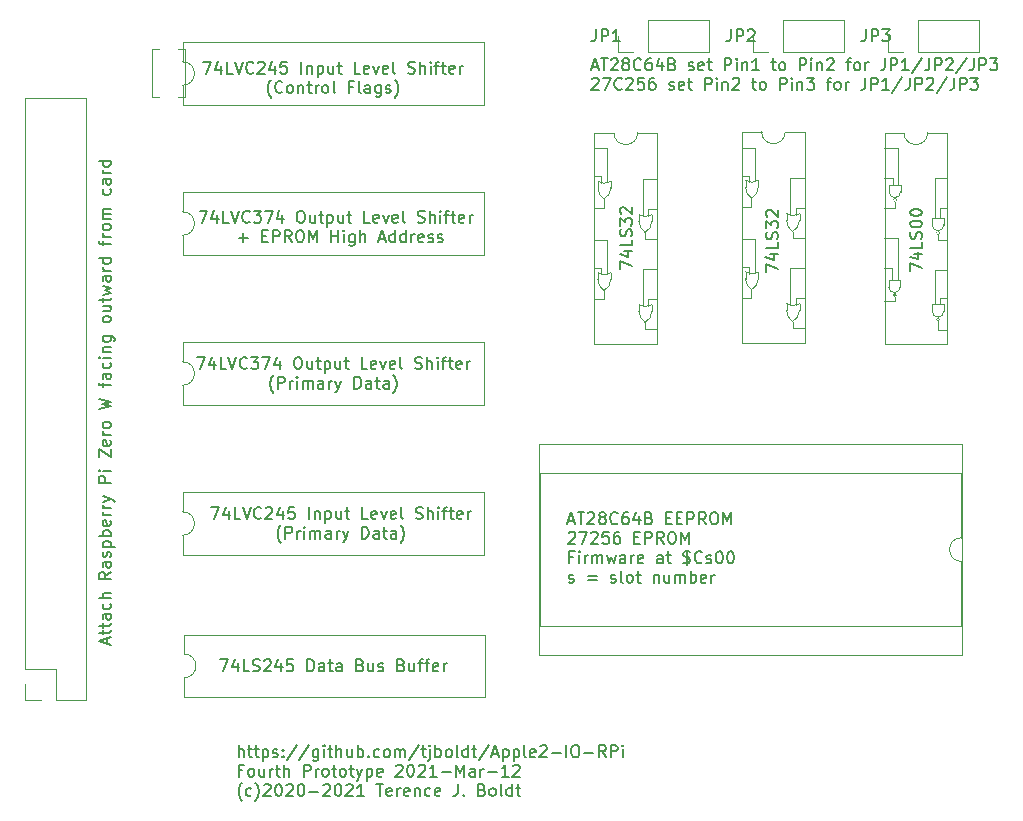
<source format=gbr>
G04 #@! TF.GenerationSoftware,KiCad,Pcbnew,(5.1.9-0-10_14)*
G04 #@! TF.CreationDate,2021-03-12T10:10:12-05:00*
G04 #@! TF.ProjectId,Apple2IORPi,4170706c-6532-4494-9f52-50692e6b6963,0.4*
G04 #@! TF.SameCoordinates,Original*
G04 #@! TF.FileFunction,Legend,Top*
G04 #@! TF.FilePolarity,Positive*
%FSLAX46Y46*%
G04 Gerber Fmt 4.6, Leading zero omitted, Abs format (unit mm)*
G04 Created by KiCad (PCBNEW (5.1.9-0-10_14)) date 2021-03-12 10:10:12*
%MOMM*%
%LPD*%
G01*
G04 APERTURE LIST*
%ADD10C,0.150000*%
%ADD11C,0.120000*%
G04 APERTURE END LIST*
D10*
X127233995Y-106777780D02*
X127233995Y-105777780D01*
X127662566Y-106777780D02*
X127662566Y-106253971D01*
X127614947Y-106158733D01*
X127519709Y-106111114D01*
X127376852Y-106111114D01*
X127281614Y-106158733D01*
X127233995Y-106206352D01*
X127995900Y-106111114D02*
X128376852Y-106111114D01*
X128138757Y-105777780D02*
X128138757Y-106634923D01*
X128186376Y-106730161D01*
X128281614Y-106777780D01*
X128376852Y-106777780D01*
X128567328Y-106111114D02*
X128948280Y-106111114D01*
X128710185Y-105777780D02*
X128710185Y-106634923D01*
X128757804Y-106730161D01*
X128853042Y-106777780D01*
X128948280Y-106777780D01*
X129281614Y-106111114D02*
X129281614Y-107111114D01*
X129281614Y-106158733D02*
X129376852Y-106111114D01*
X129567328Y-106111114D01*
X129662566Y-106158733D01*
X129710185Y-106206352D01*
X129757804Y-106301590D01*
X129757804Y-106587304D01*
X129710185Y-106682542D01*
X129662566Y-106730161D01*
X129567328Y-106777780D01*
X129376852Y-106777780D01*
X129281614Y-106730161D01*
X130138757Y-106730161D02*
X130233995Y-106777780D01*
X130424471Y-106777780D01*
X130519709Y-106730161D01*
X130567328Y-106634923D01*
X130567328Y-106587304D01*
X130519709Y-106492066D01*
X130424471Y-106444447D01*
X130281614Y-106444447D01*
X130186376Y-106396828D01*
X130138757Y-106301590D01*
X130138757Y-106253971D01*
X130186376Y-106158733D01*
X130281614Y-106111114D01*
X130424471Y-106111114D01*
X130519709Y-106158733D01*
X130995900Y-106682542D02*
X131043519Y-106730161D01*
X130995900Y-106777780D01*
X130948280Y-106730161D01*
X130995900Y-106682542D01*
X130995900Y-106777780D01*
X130995900Y-106158733D02*
X131043519Y-106206352D01*
X130995900Y-106253971D01*
X130948280Y-106206352D01*
X130995900Y-106158733D01*
X130995900Y-106253971D01*
X132186376Y-105730161D02*
X131329233Y-107015876D01*
X133233995Y-105730161D02*
X132376852Y-107015876D01*
X133995900Y-106111114D02*
X133995900Y-106920638D01*
X133948280Y-107015876D01*
X133900661Y-107063495D01*
X133805423Y-107111114D01*
X133662566Y-107111114D01*
X133567328Y-107063495D01*
X133995900Y-106730161D02*
X133900661Y-106777780D01*
X133710185Y-106777780D01*
X133614947Y-106730161D01*
X133567328Y-106682542D01*
X133519709Y-106587304D01*
X133519709Y-106301590D01*
X133567328Y-106206352D01*
X133614947Y-106158733D01*
X133710185Y-106111114D01*
X133900661Y-106111114D01*
X133995900Y-106158733D01*
X134472090Y-106777780D02*
X134472090Y-106111114D01*
X134472090Y-105777780D02*
X134424471Y-105825400D01*
X134472090Y-105873019D01*
X134519709Y-105825400D01*
X134472090Y-105777780D01*
X134472090Y-105873019D01*
X134805423Y-106111114D02*
X135186376Y-106111114D01*
X134948280Y-105777780D02*
X134948280Y-106634923D01*
X134995900Y-106730161D01*
X135091138Y-106777780D01*
X135186376Y-106777780D01*
X135519709Y-106777780D02*
X135519709Y-105777780D01*
X135948280Y-106777780D02*
X135948280Y-106253971D01*
X135900661Y-106158733D01*
X135805423Y-106111114D01*
X135662566Y-106111114D01*
X135567328Y-106158733D01*
X135519709Y-106206352D01*
X136853042Y-106111114D02*
X136853042Y-106777780D01*
X136424471Y-106111114D02*
X136424471Y-106634923D01*
X136472090Y-106730161D01*
X136567328Y-106777780D01*
X136710185Y-106777780D01*
X136805423Y-106730161D01*
X136853042Y-106682542D01*
X137329233Y-106777780D02*
X137329233Y-105777780D01*
X137329233Y-106158733D02*
X137424471Y-106111114D01*
X137614947Y-106111114D01*
X137710185Y-106158733D01*
X137757804Y-106206352D01*
X137805423Y-106301590D01*
X137805423Y-106587304D01*
X137757804Y-106682542D01*
X137710185Y-106730161D01*
X137614947Y-106777780D01*
X137424471Y-106777780D01*
X137329233Y-106730161D01*
X138233995Y-106682542D02*
X138281614Y-106730161D01*
X138233995Y-106777780D01*
X138186376Y-106730161D01*
X138233995Y-106682542D01*
X138233995Y-106777780D01*
X139138757Y-106730161D02*
X139043519Y-106777780D01*
X138853042Y-106777780D01*
X138757804Y-106730161D01*
X138710185Y-106682542D01*
X138662566Y-106587304D01*
X138662566Y-106301590D01*
X138710185Y-106206352D01*
X138757804Y-106158733D01*
X138853042Y-106111114D01*
X139043519Y-106111114D01*
X139138757Y-106158733D01*
X139710185Y-106777780D02*
X139614947Y-106730161D01*
X139567328Y-106682542D01*
X139519709Y-106587304D01*
X139519709Y-106301590D01*
X139567328Y-106206352D01*
X139614947Y-106158733D01*
X139710185Y-106111114D01*
X139853042Y-106111114D01*
X139948280Y-106158733D01*
X139995900Y-106206352D01*
X140043519Y-106301590D01*
X140043519Y-106587304D01*
X139995900Y-106682542D01*
X139948280Y-106730161D01*
X139853042Y-106777780D01*
X139710185Y-106777780D01*
X140472090Y-106777780D02*
X140472090Y-106111114D01*
X140472090Y-106206352D02*
X140519709Y-106158733D01*
X140614947Y-106111114D01*
X140757804Y-106111114D01*
X140853042Y-106158733D01*
X140900661Y-106253971D01*
X140900661Y-106777780D01*
X140900661Y-106253971D02*
X140948280Y-106158733D01*
X141043519Y-106111114D01*
X141186376Y-106111114D01*
X141281614Y-106158733D01*
X141329233Y-106253971D01*
X141329233Y-106777780D01*
X142519709Y-105730161D02*
X141662566Y-107015876D01*
X142710185Y-106111114D02*
X143091138Y-106111114D01*
X142853042Y-105777780D02*
X142853042Y-106634923D01*
X142900661Y-106730161D01*
X142995900Y-106777780D01*
X143091138Y-106777780D01*
X143424471Y-106111114D02*
X143424471Y-106968257D01*
X143376852Y-107063495D01*
X143281614Y-107111114D01*
X143233995Y-107111114D01*
X143424471Y-105777780D02*
X143376852Y-105825400D01*
X143424471Y-105873019D01*
X143472090Y-105825400D01*
X143424471Y-105777780D01*
X143424471Y-105873019D01*
X143900661Y-106777780D02*
X143900661Y-105777780D01*
X143900661Y-106158733D02*
X143995900Y-106111114D01*
X144186376Y-106111114D01*
X144281614Y-106158733D01*
X144329233Y-106206352D01*
X144376852Y-106301590D01*
X144376852Y-106587304D01*
X144329233Y-106682542D01*
X144281614Y-106730161D01*
X144186376Y-106777780D01*
X143995900Y-106777780D01*
X143900661Y-106730161D01*
X144948280Y-106777780D02*
X144853042Y-106730161D01*
X144805423Y-106682542D01*
X144757804Y-106587304D01*
X144757804Y-106301590D01*
X144805423Y-106206352D01*
X144853042Y-106158733D01*
X144948280Y-106111114D01*
X145091138Y-106111114D01*
X145186376Y-106158733D01*
X145233995Y-106206352D01*
X145281614Y-106301590D01*
X145281614Y-106587304D01*
X145233995Y-106682542D01*
X145186376Y-106730161D01*
X145091138Y-106777780D01*
X144948280Y-106777780D01*
X145853042Y-106777780D02*
X145757804Y-106730161D01*
X145710185Y-106634923D01*
X145710185Y-105777780D01*
X146662566Y-106777780D02*
X146662566Y-105777780D01*
X146662566Y-106730161D02*
X146567328Y-106777780D01*
X146376852Y-106777780D01*
X146281614Y-106730161D01*
X146233995Y-106682542D01*
X146186376Y-106587304D01*
X146186376Y-106301590D01*
X146233995Y-106206352D01*
X146281614Y-106158733D01*
X146376852Y-106111114D01*
X146567328Y-106111114D01*
X146662566Y-106158733D01*
X146995900Y-106111114D02*
X147376852Y-106111114D01*
X147138757Y-105777780D02*
X147138757Y-106634923D01*
X147186376Y-106730161D01*
X147281614Y-106777780D01*
X147376852Y-106777780D01*
X148424471Y-105730161D02*
X147567328Y-107015876D01*
X148710185Y-106492066D02*
X149186376Y-106492066D01*
X148614947Y-106777780D02*
X148948280Y-105777780D01*
X149281614Y-106777780D01*
X149614947Y-106111114D02*
X149614947Y-107111114D01*
X149614947Y-106158733D02*
X149710185Y-106111114D01*
X149900661Y-106111114D01*
X149995900Y-106158733D01*
X150043519Y-106206352D01*
X150091138Y-106301590D01*
X150091138Y-106587304D01*
X150043519Y-106682542D01*
X149995900Y-106730161D01*
X149900661Y-106777780D01*
X149710185Y-106777780D01*
X149614947Y-106730161D01*
X150519709Y-106111114D02*
X150519709Y-107111114D01*
X150519709Y-106158733D02*
X150614947Y-106111114D01*
X150805423Y-106111114D01*
X150900661Y-106158733D01*
X150948280Y-106206352D01*
X150995900Y-106301590D01*
X150995900Y-106587304D01*
X150948280Y-106682542D01*
X150900661Y-106730161D01*
X150805423Y-106777780D01*
X150614947Y-106777780D01*
X150519709Y-106730161D01*
X151567328Y-106777780D02*
X151472090Y-106730161D01*
X151424471Y-106634923D01*
X151424471Y-105777780D01*
X152329233Y-106730161D02*
X152233995Y-106777780D01*
X152043519Y-106777780D01*
X151948280Y-106730161D01*
X151900661Y-106634923D01*
X151900661Y-106253971D01*
X151948280Y-106158733D01*
X152043519Y-106111114D01*
X152233995Y-106111114D01*
X152329233Y-106158733D01*
X152376852Y-106253971D01*
X152376852Y-106349209D01*
X151900661Y-106444447D01*
X152757804Y-105873019D02*
X152805423Y-105825400D01*
X152900661Y-105777780D01*
X153138757Y-105777780D01*
X153233995Y-105825400D01*
X153281614Y-105873019D01*
X153329233Y-105968257D01*
X153329233Y-106063495D01*
X153281614Y-106206352D01*
X152710185Y-106777780D01*
X153329233Y-106777780D01*
X153757804Y-106396828D02*
X154519709Y-106396828D01*
X154995900Y-106777780D02*
X154995900Y-105777780D01*
X155662566Y-105777780D02*
X155853042Y-105777780D01*
X155948280Y-105825400D01*
X156043519Y-105920638D01*
X156091138Y-106111114D01*
X156091138Y-106444447D01*
X156043519Y-106634923D01*
X155948280Y-106730161D01*
X155853042Y-106777780D01*
X155662566Y-106777780D01*
X155567328Y-106730161D01*
X155472090Y-106634923D01*
X155424471Y-106444447D01*
X155424471Y-106111114D01*
X155472090Y-105920638D01*
X155567328Y-105825400D01*
X155662566Y-105777780D01*
X156519709Y-106396828D02*
X157281614Y-106396828D01*
X158329233Y-106777780D02*
X157995900Y-106301590D01*
X157757804Y-106777780D02*
X157757804Y-105777780D01*
X158138757Y-105777780D01*
X158233995Y-105825400D01*
X158281614Y-105873019D01*
X158329233Y-105968257D01*
X158329233Y-106111114D01*
X158281614Y-106206352D01*
X158233995Y-106253971D01*
X158138757Y-106301590D01*
X157757804Y-106301590D01*
X158757804Y-106777780D02*
X158757804Y-105777780D01*
X159138757Y-105777780D01*
X159233995Y-105825400D01*
X159281614Y-105873019D01*
X159329233Y-105968257D01*
X159329233Y-106111114D01*
X159281614Y-106206352D01*
X159233995Y-106253971D01*
X159138757Y-106301590D01*
X158757804Y-106301590D01*
X159757804Y-106777780D02*
X159757804Y-106111114D01*
X159757804Y-105777780D02*
X159710185Y-105825400D01*
X159757804Y-105873019D01*
X159805423Y-105825400D01*
X159757804Y-105777780D01*
X159757804Y-105873019D01*
X127567328Y-107903971D02*
X127233995Y-107903971D01*
X127233995Y-108427780D02*
X127233995Y-107427780D01*
X127710185Y-107427780D01*
X128233995Y-108427780D02*
X128138757Y-108380161D01*
X128091138Y-108332542D01*
X128043519Y-108237304D01*
X128043519Y-107951590D01*
X128091138Y-107856352D01*
X128138757Y-107808733D01*
X128233995Y-107761114D01*
X128376852Y-107761114D01*
X128472090Y-107808733D01*
X128519709Y-107856352D01*
X128567328Y-107951590D01*
X128567328Y-108237304D01*
X128519709Y-108332542D01*
X128472090Y-108380161D01*
X128376852Y-108427780D01*
X128233995Y-108427780D01*
X129424471Y-107761114D02*
X129424471Y-108427780D01*
X128995900Y-107761114D02*
X128995900Y-108284923D01*
X129043519Y-108380161D01*
X129138757Y-108427780D01*
X129281614Y-108427780D01*
X129376852Y-108380161D01*
X129424471Y-108332542D01*
X129900661Y-108427780D02*
X129900661Y-107761114D01*
X129900661Y-107951590D02*
X129948280Y-107856352D01*
X129995900Y-107808733D01*
X130091138Y-107761114D01*
X130186376Y-107761114D01*
X130376852Y-107761114D02*
X130757804Y-107761114D01*
X130519709Y-107427780D02*
X130519709Y-108284923D01*
X130567328Y-108380161D01*
X130662566Y-108427780D01*
X130757804Y-108427780D01*
X131091138Y-108427780D02*
X131091138Y-107427780D01*
X131519709Y-108427780D02*
X131519709Y-107903971D01*
X131472090Y-107808733D01*
X131376852Y-107761114D01*
X131233995Y-107761114D01*
X131138757Y-107808733D01*
X131091138Y-107856352D01*
X132757804Y-108427780D02*
X132757804Y-107427780D01*
X133138757Y-107427780D01*
X133233995Y-107475400D01*
X133281614Y-107523019D01*
X133329233Y-107618257D01*
X133329233Y-107761114D01*
X133281614Y-107856352D01*
X133233995Y-107903971D01*
X133138757Y-107951590D01*
X132757804Y-107951590D01*
X133757804Y-108427780D02*
X133757804Y-107761114D01*
X133757804Y-107951590D02*
X133805423Y-107856352D01*
X133853042Y-107808733D01*
X133948280Y-107761114D01*
X134043519Y-107761114D01*
X134519709Y-108427780D02*
X134424471Y-108380161D01*
X134376852Y-108332542D01*
X134329233Y-108237304D01*
X134329233Y-107951590D01*
X134376852Y-107856352D01*
X134424471Y-107808733D01*
X134519709Y-107761114D01*
X134662566Y-107761114D01*
X134757804Y-107808733D01*
X134805423Y-107856352D01*
X134853042Y-107951590D01*
X134853042Y-108237304D01*
X134805423Y-108332542D01*
X134757804Y-108380161D01*
X134662566Y-108427780D01*
X134519709Y-108427780D01*
X135138757Y-107761114D02*
X135519709Y-107761114D01*
X135281614Y-107427780D02*
X135281614Y-108284923D01*
X135329233Y-108380161D01*
X135424471Y-108427780D01*
X135519709Y-108427780D01*
X135995900Y-108427780D02*
X135900661Y-108380161D01*
X135853042Y-108332542D01*
X135805423Y-108237304D01*
X135805423Y-107951590D01*
X135853042Y-107856352D01*
X135900661Y-107808733D01*
X135995900Y-107761114D01*
X136138757Y-107761114D01*
X136233995Y-107808733D01*
X136281614Y-107856352D01*
X136329233Y-107951590D01*
X136329233Y-108237304D01*
X136281614Y-108332542D01*
X136233995Y-108380161D01*
X136138757Y-108427780D01*
X135995900Y-108427780D01*
X136614947Y-107761114D02*
X136995900Y-107761114D01*
X136757804Y-107427780D02*
X136757804Y-108284923D01*
X136805423Y-108380161D01*
X136900661Y-108427780D01*
X136995900Y-108427780D01*
X137233995Y-107761114D02*
X137472090Y-108427780D01*
X137710185Y-107761114D02*
X137472090Y-108427780D01*
X137376852Y-108665876D01*
X137329233Y-108713495D01*
X137233995Y-108761114D01*
X138091138Y-107761114D02*
X138091138Y-108761114D01*
X138091138Y-107808733D02*
X138186376Y-107761114D01*
X138376852Y-107761114D01*
X138472090Y-107808733D01*
X138519709Y-107856352D01*
X138567328Y-107951590D01*
X138567328Y-108237304D01*
X138519709Y-108332542D01*
X138472090Y-108380161D01*
X138376852Y-108427780D01*
X138186376Y-108427780D01*
X138091138Y-108380161D01*
X139376852Y-108380161D02*
X139281614Y-108427780D01*
X139091138Y-108427780D01*
X138995900Y-108380161D01*
X138948280Y-108284923D01*
X138948280Y-107903971D01*
X138995900Y-107808733D01*
X139091138Y-107761114D01*
X139281614Y-107761114D01*
X139376852Y-107808733D01*
X139424471Y-107903971D01*
X139424471Y-107999209D01*
X138948280Y-108094447D01*
X140567328Y-107523019D02*
X140614947Y-107475400D01*
X140710185Y-107427780D01*
X140948280Y-107427780D01*
X141043519Y-107475400D01*
X141091138Y-107523019D01*
X141138757Y-107618257D01*
X141138757Y-107713495D01*
X141091138Y-107856352D01*
X140519709Y-108427780D01*
X141138757Y-108427780D01*
X141757804Y-107427780D02*
X141853042Y-107427780D01*
X141948280Y-107475400D01*
X141995900Y-107523019D01*
X142043519Y-107618257D01*
X142091138Y-107808733D01*
X142091138Y-108046828D01*
X142043519Y-108237304D01*
X141995900Y-108332542D01*
X141948280Y-108380161D01*
X141853042Y-108427780D01*
X141757804Y-108427780D01*
X141662566Y-108380161D01*
X141614947Y-108332542D01*
X141567328Y-108237304D01*
X141519709Y-108046828D01*
X141519709Y-107808733D01*
X141567328Y-107618257D01*
X141614947Y-107523019D01*
X141662566Y-107475400D01*
X141757804Y-107427780D01*
X142472090Y-107523019D02*
X142519709Y-107475400D01*
X142614947Y-107427780D01*
X142853042Y-107427780D01*
X142948280Y-107475400D01*
X142995900Y-107523019D01*
X143043519Y-107618257D01*
X143043519Y-107713495D01*
X142995900Y-107856352D01*
X142424471Y-108427780D01*
X143043519Y-108427780D01*
X143995900Y-108427780D02*
X143424471Y-108427780D01*
X143710185Y-108427780D02*
X143710185Y-107427780D01*
X143614947Y-107570638D01*
X143519709Y-107665876D01*
X143424471Y-107713495D01*
X144424471Y-108046828D02*
X145186376Y-108046828D01*
X145662566Y-108427780D02*
X145662566Y-107427780D01*
X145995900Y-108142066D01*
X146329233Y-107427780D01*
X146329233Y-108427780D01*
X147233995Y-108427780D02*
X147233995Y-107903971D01*
X147186376Y-107808733D01*
X147091138Y-107761114D01*
X146900661Y-107761114D01*
X146805423Y-107808733D01*
X147233995Y-108380161D02*
X147138757Y-108427780D01*
X146900661Y-108427780D01*
X146805423Y-108380161D01*
X146757804Y-108284923D01*
X146757804Y-108189685D01*
X146805423Y-108094447D01*
X146900661Y-108046828D01*
X147138757Y-108046828D01*
X147233995Y-107999209D01*
X147710185Y-108427780D02*
X147710185Y-107761114D01*
X147710185Y-107951590D02*
X147757804Y-107856352D01*
X147805423Y-107808733D01*
X147900661Y-107761114D01*
X147995900Y-107761114D01*
X148329233Y-108046828D02*
X149091138Y-108046828D01*
X150091138Y-108427780D02*
X149519709Y-108427780D01*
X149805423Y-108427780D02*
X149805423Y-107427780D01*
X149710185Y-107570638D01*
X149614947Y-107665876D01*
X149519709Y-107713495D01*
X150472090Y-107523019D02*
X150519709Y-107475400D01*
X150614947Y-107427780D01*
X150853042Y-107427780D01*
X150948280Y-107475400D01*
X150995900Y-107523019D01*
X151043519Y-107618257D01*
X151043519Y-107713495D01*
X150995900Y-107856352D01*
X150424471Y-108427780D01*
X151043519Y-108427780D01*
X127519709Y-110458733D02*
X127472090Y-110411114D01*
X127376852Y-110268257D01*
X127329233Y-110173019D01*
X127281614Y-110030161D01*
X127233995Y-109792066D01*
X127233995Y-109601590D01*
X127281614Y-109363495D01*
X127329233Y-109220638D01*
X127376852Y-109125400D01*
X127472090Y-108982542D01*
X127519709Y-108934923D01*
X128329233Y-110030161D02*
X128233995Y-110077780D01*
X128043519Y-110077780D01*
X127948280Y-110030161D01*
X127900661Y-109982542D01*
X127853042Y-109887304D01*
X127853042Y-109601590D01*
X127900661Y-109506352D01*
X127948280Y-109458733D01*
X128043519Y-109411114D01*
X128233995Y-109411114D01*
X128329233Y-109458733D01*
X128662566Y-110458733D02*
X128710185Y-110411114D01*
X128805423Y-110268257D01*
X128853042Y-110173019D01*
X128900661Y-110030161D01*
X128948280Y-109792066D01*
X128948280Y-109601590D01*
X128900661Y-109363495D01*
X128853042Y-109220638D01*
X128805423Y-109125400D01*
X128710185Y-108982542D01*
X128662566Y-108934923D01*
X129376852Y-109173019D02*
X129424471Y-109125400D01*
X129519709Y-109077780D01*
X129757804Y-109077780D01*
X129853042Y-109125400D01*
X129900661Y-109173019D01*
X129948280Y-109268257D01*
X129948280Y-109363495D01*
X129900661Y-109506352D01*
X129329233Y-110077780D01*
X129948280Y-110077780D01*
X130567328Y-109077780D02*
X130662566Y-109077780D01*
X130757804Y-109125400D01*
X130805423Y-109173019D01*
X130853042Y-109268257D01*
X130900661Y-109458733D01*
X130900661Y-109696828D01*
X130853042Y-109887304D01*
X130805423Y-109982542D01*
X130757804Y-110030161D01*
X130662566Y-110077780D01*
X130567328Y-110077780D01*
X130472090Y-110030161D01*
X130424471Y-109982542D01*
X130376852Y-109887304D01*
X130329233Y-109696828D01*
X130329233Y-109458733D01*
X130376852Y-109268257D01*
X130424471Y-109173019D01*
X130472090Y-109125400D01*
X130567328Y-109077780D01*
X131281614Y-109173019D02*
X131329233Y-109125400D01*
X131424471Y-109077780D01*
X131662566Y-109077780D01*
X131757804Y-109125400D01*
X131805423Y-109173019D01*
X131853042Y-109268257D01*
X131853042Y-109363495D01*
X131805423Y-109506352D01*
X131233995Y-110077780D01*
X131853042Y-110077780D01*
X132472090Y-109077780D02*
X132567328Y-109077780D01*
X132662566Y-109125400D01*
X132710185Y-109173019D01*
X132757804Y-109268257D01*
X132805423Y-109458733D01*
X132805423Y-109696828D01*
X132757804Y-109887304D01*
X132710185Y-109982542D01*
X132662566Y-110030161D01*
X132567328Y-110077780D01*
X132472090Y-110077780D01*
X132376852Y-110030161D01*
X132329233Y-109982542D01*
X132281614Y-109887304D01*
X132233995Y-109696828D01*
X132233995Y-109458733D01*
X132281614Y-109268257D01*
X132329233Y-109173019D01*
X132376852Y-109125400D01*
X132472090Y-109077780D01*
X133233995Y-109696828D02*
X133995900Y-109696828D01*
X134424471Y-109173019D02*
X134472090Y-109125400D01*
X134567328Y-109077780D01*
X134805423Y-109077780D01*
X134900661Y-109125400D01*
X134948280Y-109173019D01*
X134995900Y-109268257D01*
X134995900Y-109363495D01*
X134948280Y-109506352D01*
X134376852Y-110077780D01*
X134995900Y-110077780D01*
X135614947Y-109077780D02*
X135710185Y-109077780D01*
X135805423Y-109125400D01*
X135853042Y-109173019D01*
X135900661Y-109268257D01*
X135948280Y-109458733D01*
X135948280Y-109696828D01*
X135900661Y-109887304D01*
X135853042Y-109982542D01*
X135805423Y-110030161D01*
X135710185Y-110077780D01*
X135614947Y-110077780D01*
X135519709Y-110030161D01*
X135472090Y-109982542D01*
X135424471Y-109887304D01*
X135376852Y-109696828D01*
X135376852Y-109458733D01*
X135424471Y-109268257D01*
X135472090Y-109173019D01*
X135519709Y-109125400D01*
X135614947Y-109077780D01*
X136329233Y-109173019D02*
X136376852Y-109125400D01*
X136472090Y-109077780D01*
X136710185Y-109077780D01*
X136805423Y-109125400D01*
X136853042Y-109173019D01*
X136900661Y-109268257D01*
X136900661Y-109363495D01*
X136853042Y-109506352D01*
X136281614Y-110077780D01*
X136900661Y-110077780D01*
X137853042Y-110077780D02*
X137281614Y-110077780D01*
X137567328Y-110077780D02*
X137567328Y-109077780D01*
X137472090Y-109220638D01*
X137376852Y-109315876D01*
X137281614Y-109363495D01*
X138900661Y-109077780D02*
X139472090Y-109077780D01*
X139186376Y-110077780D02*
X139186376Y-109077780D01*
X140186376Y-110030161D02*
X140091138Y-110077780D01*
X139900661Y-110077780D01*
X139805423Y-110030161D01*
X139757804Y-109934923D01*
X139757804Y-109553971D01*
X139805423Y-109458733D01*
X139900661Y-109411114D01*
X140091138Y-109411114D01*
X140186376Y-109458733D01*
X140233995Y-109553971D01*
X140233995Y-109649209D01*
X139757804Y-109744447D01*
X140662566Y-110077780D02*
X140662566Y-109411114D01*
X140662566Y-109601590D02*
X140710185Y-109506352D01*
X140757804Y-109458733D01*
X140853042Y-109411114D01*
X140948280Y-109411114D01*
X141662566Y-110030161D02*
X141567328Y-110077780D01*
X141376852Y-110077780D01*
X141281614Y-110030161D01*
X141233995Y-109934923D01*
X141233995Y-109553971D01*
X141281614Y-109458733D01*
X141376852Y-109411114D01*
X141567328Y-109411114D01*
X141662566Y-109458733D01*
X141710185Y-109553971D01*
X141710185Y-109649209D01*
X141233995Y-109744447D01*
X142138757Y-109411114D02*
X142138757Y-110077780D01*
X142138757Y-109506352D02*
X142186376Y-109458733D01*
X142281614Y-109411114D01*
X142424471Y-109411114D01*
X142519709Y-109458733D01*
X142567328Y-109553971D01*
X142567328Y-110077780D01*
X143472090Y-110030161D02*
X143376852Y-110077780D01*
X143186376Y-110077780D01*
X143091138Y-110030161D01*
X143043519Y-109982542D01*
X142995900Y-109887304D01*
X142995900Y-109601590D01*
X143043519Y-109506352D01*
X143091138Y-109458733D01*
X143186376Y-109411114D01*
X143376852Y-109411114D01*
X143472090Y-109458733D01*
X144281614Y-110030161D02*
X144186376Y-110077780D01*
X143995900Y-110077780D01*
X143900661Y-110030161D01*
X143853042Y-109934923D01*
X143853042Y-109553971D01*
X143900661Y-109458733D01*
X143995900Y-109411114D01*
X144186376Y-109411114D01*
X144281614Y-109458733D01*
X144329233Y-109553971D01*
X144329233Y-109649209D01*
X143853042Y-109744447D01*
X145805423Y-109077780D02*
X145805423Y-109792066D01*
X145757804Y-109934923D01*
X145662566Y-110030161D01*
X145519709Y-110077780D01*
X145424471Y-110077780D01*
X146281614Y-109982542D02*
X146329233Y-110030161D01*
X146281614Y-110077780D01*
X146233995Y-110030161D01*
X146281614Y-109982542D01*
X146281614Y-110077780D01*
X147853042Y-109553971D02*
X147995900Y-109601590D01*
X148043519Y-109649209D01*
X148091138Y-109744447D01*
X148091138Y-109887304D01*
X148043519Y-109982542D01*
X147995900Y-110030161D01*
X147900661Y-110077780D01*
X147519709Y-110077780D01*
X147519709Y-109077780D01*
X147853042Y-109077780D01*
X147948280Y-109125400D01*
X147995900Y-109173019D01*
X148043519Y-109268257D01*
X148043519Y-109363495D01*
X147995900Y-109458733D01*
X147948280Y-109506352D01*
X147853042Y-109553971D01*
X147519709Y-109553971D01*
X148662566Y-110077780D02*
X148567328Y-110030161D01*
X148519709Y-109982542D01*
X148472090Y-109887304D01*
X148472090Y-109601590D01*
X148519709Y-109506352D01*
X148567328Y-109458733D01*
X148662566Y-109411114D01*
X148805423Y-109411114D01*
X148900661Y-109458733D01*
X148948280Y-109506352D01*
X148995900Y-109601590D01*
X148995900Y-109887304D01*
X148948280Y-109982542D01*
X148900661Y-110030161D01*
X148805423Y-110077780D01*
X148662566Y-110077780D01*
X149567328Y-110077780D02*
X149472090Y-110030161D01*
X149424471Y-109934923D01*
X149424471Y-109077780D01*
X150376852Y-110077780D02*
X150376852Y-109077780D01*
X150376852Y-110030161D02*
X150281614Y-110077780D01*
X150091138Y-110077780D01*
X149995900Y-110030161D01*
X149948280Y-109982542D01*
X149900661Y-109887304D01*
X149900661Y-109601590D01*
X149948280Y-109506352D01*
X149995900Y-109458733D01*
X150091138Y-109411114D01*
X150281614Y-109411114D01*
X150376852Y-109458733D01*
X150710185Y-109411114D02*
X151091138Y-109411114D01*
X150853042Y-109077780D02*
X150853042Y-109934923D01*
X150900661Y-110030161D01*
X150995900Y-110077780D01*
X151091138Y-110077780D01*
X157158376Y-48338266D02*
X157634566Y-48338266D01*
X157063138Y-48623980D02*
X157396471Y-47623980D01*
X157729804Y-48623980D01*
X157920280Y-47623980D02*
X158491709Y-47623980D01*
X158205995Y-48623980D02*
X158205995Y-47623980D01*
X158777423Y-47719219D02*
X158825042Y-47671600D01*
X158920280Y-47623980D01*
X159158376Y-47623980D01*
X159253614Y-47671600D01*
X159301233Y-47719219D01*
X159348852Y-47814457D01*
X159348852Y-47909695D01*
X159301233Y-48052552D01*
X158729804Y-48623980D01*
X159348852Y-48623980D01*
X159920280Y-48052552D02*
X159825042Y-48004933D01*
X159777423Y-47957314D01*
X159729804Y-47862076D01*
X159729804Y-47814457D01*
X159777423Y-47719219D01*
X159825042Y-47671600D01*
X159920280Y-47623980D01*
X160110757Y-47623980D01*
X160205995Y-47671600D01*
X160253614Y-47719219D01*
X160301233Y-47814457D01*
X160301233Y-47862076D01*
X160253614Y-47957314D01*
X160205995Y-48004933D01*
X160110757Y-48052552D01*
X159920280Y-48052552D01*
X159825042Y-48100171D01*
X159777423Y-48147790D01*
X159729804Y-48243028D01*
X159729804Y-48433504D01*
X159777423Y-48528742D01*
X159825042Y-48576361D01*
X159920280Y-48623980D01*
X160110757Y-48623980D01*
X160205995Y-48576361D01*
X160253614Y-48528742D01*
X160301233Y-48433504D01*
X160301233Y-48243028D01*
X160253614Y-48147790D01*
X160205995Y-48100171D01*
X160110757Y-48052552D01*
X161301233Y-48528742D02*
X161253614Y-48576361D01*
X161110757Y-48623980D01*
X161015519Y-48623980D01*
X160872661Y-48576361D01*
X160777423Y-48481123D01*
X160729804Y-48385885D01*
X160682185Y-48195409D01*
X160682185Y-48052552D01*
X160729804Y-47862076D01*
X160777423Y-47766838D01*
X160872661Y-47671600D01*
X161015519Y-47623980D01*
X161110757Y-47623980D01*
X161253614Y-47671600D01*
X161301233Y-47719219D01*
X162158376Y-47623980D02*
X161967900Y-47623980D01*
X161872661Y-47671600D01*
X161825042Y-47719219D01*
X161729804Y-47862076D01*
X161682185Y-48052552D01*
X161682185Y-48433504D01*
X161729804Y-48528742D01*
X161777423Y-48576361D01*
X161872661Y-48623980D01*
X162063138Y-48623980D01*
X162158376Y-48576361D01*
X162205995Y-48528742D01*
X162253614Y-48433504D01*
X162253614Y-48195409D01*
X162205995Y-48100171D01*
X162158376Y-48052552D01*
X162063138Y-48004933D01*
X161872661Y-48004933D01*
X161777423Y-48052552D01*
X161729804Y-48100171D01*
X161682185Y-48195409D01*
X163110757Y-47957314D02*
X163110757Y-48623980D01*
X162872661Y-47576361D02*
X162634566Y-48290647D01*
X163253614Y-48290647D01*
X163967900Y-48100171D02*
X164110757Y-48147790D01*
X164158376Y-48195409D01*
X164205995Y-48290647D01*
X164205995Y-48433504D01*
X164158376Y-48528742D01*
X164110757Y-48576361D01*
X164015519Y-48623980D01*
X163634566Y-48623980D01*
X163634566Y-47623980D01*
X163967900Y-47623980D01*
X164063138Y-47671600D01*
X164110757Y-47719219D01*
X164158376Y-47814457D01*
X164158376Y-47909695D01*
X164110757Y-48004933D01*
X164063138Y-48052552D01*
X163967900Y-48100171D01*
X163634566Y-48100171D01*
X165348852Y-48576361D02*
X165444090Y-48623980D01*
X165634566Y-48623980D01*
X165729804Y-48576361D01*
X165777423Y-48481123D01*
X165777423Y-48433504D01*
X165729804Y-48338266D01*
X165634566Y-48290647D01*
X165491709Y-48290647D01*
X165396471Y-48243028D01*
X165348852Y-48147790D01*
X165348852Y-48100171D01*
X165396471Y-48004933D01*
X165491709Y-47957314D01*
X165634566Y-47957314D01*
X165729804Y-48004933D01*
X166586947Y-48576361D02*
X166491709Y-48623980D01*
X166301233Y-48623980D01*
X166205995Y-48576361D01*
X166158376Y-48481123D01*
X166158376Y-48100171D01*
X166205995Y-48004933D01*
X166301233Y-47957314D01*
X166491709Y-47957314D01*
X166586947Y-48004933D01*
X166634566Y-48100171D01*
X166634566Y-48195409D01*
X166158376Y-48290647D01*
X166920280Y-47957314D02*
X167301233Y-47957314D01*
X167063138Y-47623980D02*
X167063138Y-48481123D01*
X167110757Y-48576361D01*
X167205995Y-48623980D01*
X167301233Y-48623980D01*
X168396471Y-48623980D02*
X168396471Y-47623980D01*
X168777423Y-47623980D01*
X168872661Y-47671600D01*
X168920280Y-47719219D01*
X168967900Y-47814457D01*
X168967900Y-47957314D01*
X168920280Y-48052552D01*
X168872661Y-48100171D01*
X168777423Y-48147790D01*
X168396471Y-48147790D01*
X169396471Y-48623980D02*
X169396471Y-47957314D01*
X169396471Y-47623980D02*
X169348852Y-47671600D01*
X169396471Y-47719219D01*
X169444090Y-47671600D01*
X169396471Y-47623980D01*
X169396471Y-47719219D01*
X169872661Y-47957314D02*
X169872661Y-48623980D01*
X169872661Y-48052552D02*
X169920280Y-48004933D01*
X170015519Y-47957314D01*
X170158376Y-47957314D01*
X170253614Y-48004933D01*
X170301233Y-48100171D01*
X170301233Y-48623980D01*
X171301233Y-48623980D02*
X170729804Y-48623980D01*
X171015519Y-48623980D02*
X171015519Y-47623980D01*
X170920280Y-47766838D01*
X170825042Y-47862076D01*
X170729804Y-47909695D01*
X172348852Y-47957314D02*
X172729804Y-47957314D01*
X172491709Y-47623980D02*
X172491709Y-48481123D01*
X172539328Y-48576361D01*
X172634566Y-48623980D01*
X172729804Y-48623980D01*
X173205995Y-48623980D02*
X173110757Y-48576361D01*
X173063138Y-48528742D01*
X173015519Y-48433504D01*
X173015519Y-48147790D01*
X173063138Y-48052552D01*
X173110757Y-48004933D01*
X173205995Y-47957314D01*
X173348852Y-47957314D01*
X173444090Y-48004933D01*
X173491709Y-48052552D01*
X173539328Y-48147790D01*
X173539328Y-48433504D01*
X173491709Y-48528742D01*
X173444090Y-48576361D01*
X173348852Y-48623980D01*
X173205995Y-48623980D01*
X174729804Y-48623980D02*
X174729804Y-47623980D01*
X175110757Y-47623980D01*
X175205995Y-47671600D01*
X175253614Y-47719219D01*
X175301233Y-47814457D01*
X175301233Y-47957314D01*
X175253614Y-48052552D01*
X175205995Y-48100171D01*
X175110757Y-48147790D01*
X174729804Y-48147790D01*
X175729804Y-48623980D02*
X175729804Y-47957314D01*
X175729804Y-47623980D02*
X175682185Y-47671600D01*
X175729804Y-47719219D01*
X175777423Y-47671600D01*
X175729804Y-47623980D01*
X175729804Y-47719219D01*
X176205995Y-47957314D02*
X176205995Y-48623980D01*
X176205995Y-48052552D02*
X176253614Y-48004933D01*
X176348852Y-47957314D01*
X176491709Y-47957314D01*
X176586947Y-48004933D01*
X176634566Y-48100171D01*
X176634566Y-48623980D01*
X177063138Y-47719219D02*
X177110757Y-47671600D01*
X177205995Y-47623980D01*
X177444090Y-47623980D01*
X177539328Y-47671600D01*
X177586947Y-47719219D01*
X177634566Y-47814457D01*
X177634566Y-47909695D01*
X177586947Y-48052552D01*
X177015519Y-48623980D01*
X177634566Y-48623980D01*
X178682185Y-47957314D02*
X179063138Y-47957314D01*
X178825042Y-48623980D02*
X178825042Y-47766838D01*
X178872661Y-47671600D01*
X178967900Y-47623980D01*
X179063138Y-47623980D01*
X179539328Y-48623980D02*
X179444090Y-48576361D01*
X179396471Y-48528742D01*
X179348852Y-48433504D01*
X179348852Y-48147790D01*
X179396471Y-48052552D01*
X179444090Y-48004933D01*
X179539328Y-47957314D01*
X179682185Y-47957314D01*
X179777423Y-48004933D01*
X179825042Y-48052552D01*
X179872661Y-48147790D01*
X179872661Y-48433504D01*
X179825042Y-48528742D01*
X179777423Y-48576361D01*
X179682185Y-48623980D01*
X179539328Y-48623980D01*
X180301233Y-48623980D02*
X180301233Y-47957314D01*
X180301233Y-48147790D02*
X180348852Y-48052552D01*
X180396471Y-48004933D01*
X180491709Y-47957314D01*
X180586947Y-47957314D01*
X181967900Y-47623980D02*
X181967900Y-48338266D01*
X181920280Y-48481123D01*
X181825042Y-48576361D01*
X181682185Y-48623980D01*
X181586947Y-48623980D01*
X182444090Y-48623980D02*
X182444090Y-47623980D01*
X182825042Y-47623980D01*
X182920280Y-47671600D01*
X182967900Y-47719219D01*
X183015519Y-47814457D01*
X183015519Y-47957314D01*
X182967900Y-48052552D01*
X182920280Y-48100171D01*
X182825042Y-48147790D01*
X182444090Y-48147790D01*
X183967900Y-48623980D02*
X183396471Y-48623980D01*
X183682185Y-48623980D02*
X183682185Y-47623980D01*
X183586947Y-47766838D01*
X183491709Y-47862076D01*
X183396471Y-47909695D01*
X185110757Y-47576361D02*
X184253614Y-48862076D01*
X185729804Y-47623980D02*
X185729804Y-48338266D01*
X185682185Y-48481123D01*
X185586947Y-48576361D01*
X185444090Y-48623980D01*
X185348852Y-48623980D01*
X186205995Y-48623980D02*
X186205995Y-47623980D01*
X186586947Y-47623980D01*
X186682185Y-47671600D01*
X186729804Y-47719219D01*
X186777423Y-47814457D01*
X186777423Y-47957314D01*
X186729804Y-48052552D01*
X186682185Y-48100171D01*
X186586947Y-48147790D01*
X186205995Y-48147790D01*
X187158376Y-47719219D02*
X187205995Y-47671600D01*
X187301233Y-47623980D01*
X187539328Y-47623980D01*
X187634566Y-47671600D01*
X187682185Y-47719219D01*
X187729804Y-47814457D01*
X187729804Y-47909695D01*
X187682185Y-48052552D01*
X187110757Y-48623980D01*
X187729804Y-48623980D01*
X188872661Y-47576361D02*
X188015519Y-48862076D01*
X189491709Y-47623980D02*
X189491709Y-48338266D01*
X189444090Y-48481123D01*
X189348852Y-48576361D01*
X189205995Y-48623980D01*
X189110757Y-48623980D01*
X189967900Y-48623980D02*
X189967900Y-47623980D01*
X190348852Y-47623980D01*
X190444090Y-47671600D01*
X190491709Y-47719219D01*
X190539328Y-47814457D01*
X190539328Y-47957314D01*
X190491709Y-48052552D01*
X190444090Y-48100171D01*
X190348852Y-48147790D01*
X189967900Y-48147790D01*
X190872661Y-47623980D02*
X191491709Y-47623980D01*
X191158376Y-48004933D01*
X191301233Y-48004933D01*
X191396471Y-48052552D01*
X191444090Y-48100171D01*
X191491709Y-48195409D01*
X191491709Y-48433504D01*
X191444090Y-48528742D01*
X191396471Y-48576361D01*
X191301233Y-48623980D01*
X191015519Y-48623980D01*
X190920280Y-48576361D01*
X190872661Y-48528742D01*
X157158376Y-49369219D02*
X157205995Y-49321600D01*
X157301233Y-49273980D01*
X157539328Y-49273980D01*
X157634566Y-49321600D01*
X157682185Y-49369219D01*
X157729804Y-49464457D01*
X157729804Y-49559695D01*
X157682185Y-49702552D01*
X157110757Y-50273980D01*
X157729804Y-50273980D01*
X158063138Y-49273980D02*
X158729804Y-49273980D01*
X158301233Y-50273980D01*
X159682185Y-50178742D02*
X159634566Y-50226361D01*
X159491709Y-50273980D01*
X159396471Y-50273980D01*
X159253614Y-50226361D01*
X159158376Y-50131123D01*
X159110757Y-50035885D01*
X159063138Y-49845409D01*
X159063138Y-49702552D01*
X159110757Y-49512076D01*
X159158376Y-49416838D01*
X159253614Y-49321600D01*
X159396471Y-49273980D01*
X159491709Y-49273980D01*
X159634566Y-49321600D01*
X159682185Y-49369219D01*
X160063138Y-49369219D02*
X160110757Y-49321600D01*
X160205995Y-49273980D01*
X160444090Y-49273980D01*
X160539328Y-49321600D01*
X160586947Y-49369219D01*
X160634566Y-49464457D01*
X160634566Y-49559695D01*
X160586947Y-49702552D01*
X160015519Y-50273980D01*
X160634566Y-50273980D01*
X161539328Y-49273980D02*
X161063138Y-49273980D01*
X161015519Y-49750171D01*
X161063138Y-49702552D01*
X161158376Y-49654933D01*
X161396471Y-49654933D01*
X161491709Y-49702552D01*
X161539328Y-49750171D01*
X161586947Y-49845409D01*
X161586947Y-50083504D01*
X161539328Y-50178742D01*
X161491709Y-50226361D01*
X161396471Y-50273980D01*
X161158376Y-50273980D01*
X161063138Y-50226361D01*
X161015519Y-50178742D01*
X162444090Y-49273980D02*
X162253614Y-49273980D01*
X162158376Y-49321600D01*
X162110757Y-49369219D01*
X162015519Y-49512076D01*
X161967900Y-49702552D01*
X161967900Y-50083504D01*
X162015519Y-50178742D01*
X162063138Y-50226361D01*
X162158376Y-50273980D01*
X162348852Y-50273980D01*
X162444090Y-50226361D01*
X162491709Y-50178742D01*
X162539328Y-50083504D01*
X162539328Y-49845409D01*
X162491709Y-49750171D01*
X162444090Y-49702552D01*
X162348852Y-49654933D01*
X162158376Y-49654933D01*
X162063138Y-49702552D01*
X162015519Y-49750171D01*
X161967900Y-49845409D01*
X163682185Y-50226361D02*
X163777423Y-50273980D01*
X163967900Y-50273980D01*
X164063138Y-50226361D01*
X164110757Y-50131123D01*
X164110757Y-50083504D01*
X164063138Y-49988266D01*
X163967900Y-49940647D01*
X163825042Y-49940647D01*
X163729804Y-49893028D01*
X163682185Y-49797790D01*
X163682185Y-49750171D01*
X163729804Y-49654933D01*
X163825042Y-49607314D01*
X163967900Y-49607314D01*
X164063138Y-49654933D01*
X164920280Y-50226361D02*
X164825042Y-50273980D01*
X164634566Y-50273980D01*
X164539328Y-50226361D01*
X164491709Y-50131123D01*
X164491709Y-49750171D01*
X164539328Y-49654933D01*
X164634566Y-49607314D01*
X164825042Y-49607314D01*
X164920280Y-49654933D01*
X164967900Y-49750171D01*
X164967900Y-49845409D01*
X164491709Y-49940647D01*
X165253614Y-49607314D02*
X165634566Y-49607314D01*
X165396471Y-49273980D02*
X165396471Y-50131123D01*
X165444090Y-50226361D01*
X165539328Y-50273980D01*
X165634566Y-50273980D01*
X166729804Y-50273980D02*
X166729804Y-49273980D01*
X167110757Y-49273980D01*
X167205995Y-49321600D01*
X167253614Y-49369219D01*
X167301233Y-49464457D01*
X167301233Y-49607314D01*
X167253614Y-49702552D01*
X167205995Y-49750171D01*
X167110757Y-49797790D01*
X166729804Y-49797790D01*
X167729804Y-50273980D02*
X167729804Y-49607314D01*
X167729804Y-49273980D02*
X167682185Y-49321600D01*
X167729804Y-49369219D01*
X167777423Y-49321600D01*
X167729804Y-49273980D01*
X167729804Y-49369219D01*
X168205995Y-49607314D02*
X168205995Y-50273980D01*
X168205995Y-49702552D02*
X168253614Y-49654933D01*
X168348852Y-49607314D01*
X168491709Y-49607314D01*
X168586947Y-49654933D01*
X168634566Y-49750171D01*
X168634566Y-50273980D01*
X169063138Y-49369219D02*
X169110757Y-49321600D01*
X169205995Y-49273980D01*
X169444090Y-49273980D01*
X169539328Y-49321600D01*
X169586947Y-49369219D01*
X169634566Y-49464457D01*
X169634566Y-49559695D01*
X169586947Y-49702552D01*
X169015519Y-50273980D01*
X169634566Y-50273980D01*
X170682185Y-49607314D02*
X171063138Y-49607314D01*
X170825042Y-49273980D02*
X170825042Y-50131123D01*
X170872661Y-50226361D01*
X170967900Y-50273980D01*
X171063138Y-50273980D01*
X171539328Y-50273980D02*
X171444090Y-50226361D01*
X171396471Y-50178742D01*
X171348852Y-50083504D01*
X171348852Y-49797790D01*
X171396471Y-49702552D01*
X171444090Y-49654933D01*
X171539328Y-49607314D01*
X171682185Y-49607314D01*
X171777423Y-49654933D01*
X171825042Y-49702552D01*
X171872661Y-49797790D01*
X171872661Y-50083504D01*
X171825042Y-50178742D01*
X171777423Y-50226361D01*
X171682185Y-50273980D01*
X171539328Y-50273980D01*
X173063138Y-50273980D02*
X173063138Y-49273980D01*
X173444090Y-49273980D01*
X173539328Y-49321600D01*
X173586947Y-49369219D01*
X173634566Y-49464457D01*
X173634566Y-49607314D01*
X173586947Y-49702552D01*
X173539328Y-49750171D01*
X173444090Y-49797790D01*
X173063138Y-49797790D01*
X174063138Y-50273980D02*
X174063138Y-49607314D01*
X174063138Y-49273980D02*
X174015519Y-49321600D01*
X174063138Y-49369219D01*
X174110757Y-49321600D01*
X174063138Y-49273980D01*
X174063138Y-49369219D01*
X174539328Y-49607314D02*
X174539328Y-50273980D01*
X174539328Y-49702552D02*
X174586947Y-49654933D01*
X174682185Y-49607314D01*
X174825042Y-49607314D01*
X174920280Y-49654933D01*
X174967900Y-49750171D01*
X174967900Y-50273980D01*
X175348852Y-49273980D02*
X175967900Y-49273980D01*
X175634566Y-49654933D01*
X175777423Y-49654933D01*
X175872661Y-49702552D01*
X175920280Y-49750171D01*
X175967900Y-49845409D01*
X175967900Y-50083504D01*
X175920280Y-50178742D01*
X175872661Y-50226361D01*
X175777423Y-50273980D01*
X175491709Y-50273980D01*
X175396471Y-50226361D01*
X175348852Y-50178742D01*
X177015519Y-49607314D02*
X177396471Y-49607314D01*
X177158376Y-50273980D02*
X177158376Y-49416838D01*
X177205995Y-49321600D01*
X177301233Y-49273980D01*
X177396471Y-49273980D01*
X177872661Y-50273980D02*
X177777423Y-50226361D01*
X177729804Y-50178742D01*
X177682185Y-50083504D01*
X177682185Y-49797790D01*
X177729804Y-49702552D01*
X177777423Y-49654933D01*
X177872661Y-49607314D01*
X178015519Y-49607314D01*
X178110757Y-49654933D01*
X178158376Y-49702552D01*
X178205995Y-49797790D01*
X178205995Y-50083504D01*
X178158376Y-50178742D01*
X178110757Y-50226361D01*
X178015519Y-50273980D01*
X177872661Y-50273980D01*
X178634566Y-50273980D02*
X178634566Y-49607314D01*
X178634566Y-49797790D02*
X178682185Y-49702552D01*
X178729804Y-49654933D01*
X178825042Y-49607314D01*
X178920280Y-49607314D01*
X180301233Y-49273980D02*
X180301233Y-49988266D01*
X180253614Y-50131123D01*
X180158376Y-50226361D01*
X180015519Y-50273980D01*
X179920280Y-50273980D01*
X180777423Y-50273980D02*
X180777423Y-49273980D01*
X181158376Y-49273980D01*
X181253614Y-49321600D01*
X181301233Y-49369219D01*
X181348852Y-49464457D01*
X181348852Y-49607314D01*
X181301233Y-49702552D01*
X181253614Y-49750171D01*
X181158376Y-49797790D01*
X180777423Y-49797790D01*
X182301233Y-50273980D02*
X181729804Y-50273980D01*
X182015519Y-50273980D02*
X182015519Y-49273980D01*
X181920280Y-49416838D01*
X181825042Y-49512076D01*
X181729804Y-49559695D01*
X183444090Y-49226361D02*
X182586947Y-50512076D01*
X184063138Y-49273980D02*
X184063138Y-49988266D01*
X184015519Y-50131123D01*
X183920280Y-50226361D01*
X183777423Y-50273980D01*
X183682185Y-50273980D01*
X184539328Y-50273980D02*
X184539328Y-49273980D01*
X184920280Y-49273980D01*
X185015519Y-49321600D01*
X185063138Y-49369219D01*
X185110757Y-49464457D01*
X185110757Y-49607314D01*
X185063138Y-49702552D01*
X185015519Y-49750171D01*
X184920280Y-49797790D01*
X184539328Y-49797790D01*
X185491709Y-49369219D02*
X185539328Y-49321600D01*
X185634566Y-49273980D01*
X185872661Y-49273980D01*
X185967900Y-49321600D01*
X186015519Y-49369219D01*
X186063138Y-49464457D01*
X186063138Y-49559695D01*
X186015519Y-49702552D01*
X185444090Y-50273980D01*
X186063138Y-50273980D01*
X187205995Y-49226361D02*
X186348852Y-50512076D01*
X187825042Y-49273980D02*
X187825042Y-49988266D01*
X187777423Y-50131123D01*
X187682185Y-50226361D01*
X187539328Y-50273980D01*
X187444090Y-50273980D01*
X188301233Y-50273980D02*
X188301233Y-49273980D01*
X188682185Y-49273980D01*
X188777423Y-49321600D01*
X188825042Y-49369219D01*
X188872661Y-49464457D01*
X188872661Y-49607314D01*
X188825042Y-49702552D01*
X188777423Y-49750171D01*
X188682185Y-49797790D01*
X188301233Y-49797790D01*
X189205995Y-49273980D02*
X189825042Y-49273980D01*
X189491709Y-49654933D01*
X189634566Y-49654933D01*
X189729804Y-49702552D01*
X189777423Y-49750171D01*
X189825042Y-49845409D01*
X189825042Y-50083504D01*
X189777423Y-50178742D01*
X189729804Y-50226361D01*
X189634566Y-50273980D01*
X189348852Y-50273980D01*
X189253614Y-50226361D01*
X189205995Y-50178742D01*
X124253409Y-47903380D02*
X124920076Y-47903380D01*
X124491504Y-48903380D01*
X125729599Y-48236714D02*
X125729599Y-48903380D01*
X125491504Y-47855761D02*
X125253409Y-48570047D01*
X125872457Y-48570047D01*
X126729599Y-48903380D02*
X126253409Y-48903380D01*
X126253409Y-47903380D01*
X126920076Y-47903380D02*
X127253409Y-48903380D01*
X127586742Y-47903380D01*
X128491504Y-48808142D02*
X128443885Y-48855761D01*
X128301028Y-48903380D01*
X128205790Y-48903380D01*
X128062933Y-48855761D01*
X127967695Y-48760523D01*
X127920076Y-48665285D01*
X127872457Y-48474809D01*
X127872457Y-48331952D01*
X127920076Y-48141476D01*
X127967695Y-48046238D01*
X128062933Y-47951000D01*
X128205790Y-47903380D01*
X128301028Y-47903380D01*
X128443885Y-47951000D01*
X128491504Y-47998619D01*
X128872457Y-47998619D02*
X128920076Y-47951000D01*
X129015314Y-47903380D01*
X129253409Y-47903380D01*
X129348647Y-47951000D01*
X129396266Y-47998619D01*
X129443885Y-48093857D01*
X129443885Y-48189095D01*
X129396266Y-48331952D01*
X128824838Y-48903380D01*
X129443885Y-48903380D01*
X130301028Y-48236714D02*
X130301028Y-48903380D01*
X130062933Y-47855761D02*
X129824838Y-48570047D01*
X130443885Y-48570047D01*
X131301028Y-47903380D02*
X130824838Y-47903380D01*
X130777219Y-48379571D01*
X130824838Y-48331952D01*
X130920076Y-48284333D01*
X131158171Y-48284333D01*
X131253409Y-48331952D01*
X131301028Y-48379571D01*
X131348647Y-48474809D01*
X131348647Y-48712904D01*
X131301028Y-48808142D01*
X131253409Y-48855761D01*
X131158171Y-48903380D01*
X130920076Y-48903380D01*
X130824838Y-48855761D01*
X130777219Y-48808142D01*
X132539123Y-48903380D02*
X132539123Y-47903380D01*
X133015314Y-48236714D02*
X133015314Y-48903380D01*
X133015314Y-48331952D02*
X133062933Y-48284333D01*
X133158171Y-48236714D01*
X133301028Y-48236714D01*
X133396266Y-48284333D01*
X133443885Y-48379571D01*
X133443885Y-48903380D01*
X133920076Y-48236714D02*
X133920076Y-49236714D01*
X133920076Y-48284333D02*
X134015314Y-48236714D01*
X134205790Y-48236714D01*
X134301028Y-48284333D01*
X134348647Y-48331952D01*
X134396266Y-48427190D01*
X134396266Y-48712904D01*
X134348647Y-48808142D01*
X134301028Y-48855761D01*
X134205790Y-48903380D01*
X134015314Y-48903380D01*
X133920076Y-48855761D01*
X135253409Y-48236714D02*
X135253409Y-48903380D01*
X134824838Y-48236714D02*
X134824838Y-48760523D01*
X134872457Y-48855761D01*
X134967695Y-48903380D01*
X135110552Y-48903380D01*
X135205790Y-48855761D01*
X135253409Y-48808142D01*
X135586742Y-48236714D02*
X135967695Y-48236714D01*
X135729600Y-47903380D02*
X135729600Y-48760523D01*
X135777219Y-48855761D01*
X135872457Y-48903380D01*
X135967695Y-48903380D01*
X137539123Y-48903380D02*
X137062933Y-48903380D01*
X137062933Y-47903380D01*
X138253409Y-48855761D02*
X138158171Y-48903380D01*
X137967695Y-48903380D01*
X137872457Y-48855761D01*
X137824838Y-48760523D01*
X137824838Y-48379571D01*
X137872457Y-48284333D01*
X137967695Y-48236714D01*
X138158171Y-48236714D01*
X138253409Y-48284333D01*
X138301028Y-48379571D01*
X138301028Y-48474809D01*
X137824838Y-48570047D01*
X138634361Y-48236714D02*
X138872457Y-48903380D01*
X139110552Y-48236714D01*
X139872457Y-48855761D02*
X139777219Y-48903380D01*
X139586742Y-48903380D01*
X139491504Y-48855761D01*
X139443885Y-48760523D01*
X139443885Y-48379571D01*
X139491504Y-48284333D01*
X139586742Y-48236714D01*
X139777219Y-48236714D01*
X139872457Y-48284333D01*
X139920076Y-48379571D01*
X139920076Y-48474809D01*
X139443885Y-48570047D01*
X140491504Y-48903380D02*
X140396266Y-48855761D01*
X140348647Y-48760523D01*
X140348647Y-47903380D01*
X141586742Y-48855761D02*
X141729600Y-48903380D01*
X141967695Y-48903380D01*
X142062933Y-48855761D01*
X142110552Y-48808142D01*
X142158171Y-48712904D01*
X142158171Y-48617666D01*
X142110552Y-48522428D01*
X142062933Y-48474809D01*
X141967695Y-48427190D01*
X141777219Y-48379571D01*
X141681980Y-48331952D01*
X141634361Y-48284333D01*
X141586742Y-48189095D01*
X141586742Y-48093857D01*
X141634361Y-47998619D01*
X141681980Y-47951000D01*
X141777219Y-47903380D01*
X142015314Y-47903380D01*
X142158171Y-47951000D01*
X142586742Y-48903380D02*
X142586742Y-47903380D01*
X143015314Y-48903380D02*
X143015314Y-48379571D01*
X142967695Y-48284333D01*
X142872457Y-48236714D01*
X142729600Y-48236714D01*
X142634361Y-48284333D01*
X142586742Y-48331952D01*
X143491504Y-48903380D02*
X143491504Y-48236714D01*
X143491504Y-47903380D02*
X143443885Y-47951000D01*
X143491504Y-47998619D01*
X143539123Y-47951000D01*
X143491504Y-47903380D01*
X143491504Y-47998619D01*
X143824838Y-48236714D02*
X144205790Y-48236714D01*
X143967695Y-48903380D02*
X143967695Y-48046238D01*
X144015314Y-47951000D01*
X144110552Y-47903380D01*
X144205790Y-47903380D01*
X144396266Y-48236714D02*
X144777219Y-48236714D01*
X144539123Y-47903380D02*
X144539123Y-48760523D01*
X144586742Y-48855761D01*
X144681980Y-48903380D01*
X144777219Y-48903380D01*
X145491504Y-48855761D02*
X145396266Y-48903380D01*
X145205790Y-48903380D01*
X145110552Y-48855761D01*
X145062933Y-48760523D01*
X145062933Y-48379571D01*
X145110552Y-48284333D01*
X145205790Y-48236714D01*
X145396266Y-48236714D01*
X145491504Y-48284333D01*
X145539123Y-48379571D01*
X145539123Y-48474809D01*
X145062933Y-48570047D01*
X145967695Y-48903380D02*
X145967695Y-48236714D01*
X145967695Y-48427190D02*
X146015314Y-48331952D01*
X146062933Y-48284333D01*
X146158171Y-48236714D01*
X146253409Y-48236714D01*
X129991504Y-50934333D02*
X129943885Y-50886714D01*
X129848647Y-50743857D01*
X129801028Y-50648619D01*
X129753409Y-50505761D01*
X129705790Y-50267666D01*
X129705790Y-50077190D01*
X129753409Y-49839095D01*
X129801028Y-49696238D01*
X129848647Y-49601000D01*
X129943885Y-49458142D01*
X129991504Y-49410523D01*
X130943885Y-50458142D02*
X130896266Y-50505761D01*
X130753409Y-50553380D01*
X130658171Y-50553380D01*
X130515314Y-50505761D01*
X130420076Y-50410523D01*
X130372457Y-50315285D01*
X130324838Y-50124809D01*
X130324838Y-49981952D01*
X130372457Y-49791476D01*
X130420076Y-49696238D01*
X130515314Y-49601000D01*
X130658171Y-49553380D01*
X130753409Y-49553380D01*
X130896266Y-49601000D01*
X130943885Y-49648619D01*
X131515314Y-50553380D02*
X131420076Y-50505761D01*
X131372457Y-50458142D01*
X131324838Y-50362904D01*
X131324838Y-50077190D01*
X131372457Y-49981952D01*
X131420076Y-49934333D01*
X131515314Y-49886714D01*
X131658171Y-49886714D01*
X131753409Y-49934333D01*
X131801028Y-49981952D01*
X131848647Y-50077190D01*
X131848647Y-50362904D01*
X131801028Y-50458142D01*
X131753409Y-50505761D01*
X131658171Y-50553380D01*
X131515314Y-50553380D01*
X132277219Y-49886714D02*
X132277219Y-50553380D01*
X132277219Y-49981952D02*
X132324838Y-49934333D01*
X132420076Y-49886714D01*
X132562933Y-49886714D01*
X132658171Y-49934333D01*
X132705790Y-50029571D01*
X132705790Y-50553380D01*
X133039123Y-49886714D02*
X133420076Y-49886714D01*
X133181980Y-49553380D02*
X133181980Y-50410523D01*
X133229600Y-50505761D01*
X133324838Y-50553380D01*
X133420076Y-50553380D01*
X133753409Y-50553380D02*
X133753409Y-49886714D01*
X133753409Y-50077190D02*
X133801028Y-49981952D01*
X133848647Y-49934333D01*
X133943885Y-49886714D01*
X134039123Y-49886714D01*
X134515314Y-50553380D02*
X134420076Y-50505761D01*
X134372457Y-50458142D01*
X134324838Y-50362904D01*
X134324838Y-50077190D01*
X134372457Y-49981952D01*
X134420076Y-49934333D01*
X134515314Y-49886714D01*
X134658171Y-49886714D01*
X134753409Y-49934333D01*
X134801028Y-49981952D01*
X134848647Y-50077190D01*
X134848647Y-50362904D01*
X134801028Y-50458142D01*
X134753409Y-50505761D01*
X134658171Y-50553380D01*
X134515314Y-50553380D01*
X135420076Y-50553380D02*
X135324838Y-50505761D01*
X135277219Y-50410523D01*
X135277219Y-49553380D01*
X136896266Y-50029571D02*
X136562933Y-50029571D01*
X136562933Y-50553380D02*
X136562933Y-49553380D01*
X137039123Y-49553380D01*
X137562933Y-50553380D02*
X137467695Y-50505761D01*
X137420076Y-50410523D01*
X137420076Y-49553380D01*
X138372457Y-50553380D02*
X138372457Y-50029571D01*
X138324838Y-49934333D01*
X138229600Y-49886714D01*
X138039123Y-49886714D01*
X137943885Y-49934333D01*
X138372457Y-50505761D02*
X138277219Y-50553380D01*
X138039123Y-50553380D01*
X137943885Y-50505761D01*
X137896266Y-50410523D01*
X137896266Y-50315285D01*
X137943885Y-50220047D01*
X138039123Y-50172428D01*
X138277219Y-50172428D01*
X138372457Y-50124809D01*
X139277219Y-49886714D02*
X139277219Y-50696238D01*
X139229600Y-50791476D01*
X139181980Y-50839095D01*
X139086742Y-50886714D01*
X138943885Y-50886714D01*
X138848647Y-50839095D01*
X139277219Y-50505761D02*
X139181980Y-50553380D01*
X138991504Y-50553380D01*
X138896266Y-50505761D01*
X138848647Y-50458142D01*
X138801028Y-50362904D01*
X138801028Y-50077190D01*
X138848647Y-49981952D01*
X138896266Y-49934333D01*
X138991504Y-49886714D01*
X139181980Y-49886714D01*
X139277219Y-49934333D01*
X139705790Y-50505761D02*
X139801028Y-50553380D01*
X139991504Y-50553380D01*
X140086742Y-50505761D01*
X140134361Y-50410523D01*
X140134361Y-50362904D01*
X140086742Y-50267666D01*
X139991504Y-50220047D01*
X139848647Y-50220047D01*
X139753409Y-50172428D01*
X139705790Y-50077190D01*
X139705790Y-50029571D01*
X139753409Y-49934333D01*
X139848647Y-49886714D01*
X139991504Y-49886714D01*
X140086742Y-49934333D01*
X140467695Y-50934333D02*
X140515314Y-50886714D01*
X140610552Y-50743857D01*
X140658171Y-50648619D01*
X140705790Y-50505761D01*
X140753409Y-50267666D01*
X140753409Y-50077190D01*
X140705790Y-49839095D01*
X140658171Y-49696238D01*
X140610552Y-49601000D01*
X140515314Y-49458142D01*
X140467695Y-49410523D01*
X123936028Y-60527180D02*
X124602695Y-60527180D01*
X124174123Y-61527180D01*
X125412219Y-60860514D02*
X125412219Y-61527180D01*
X125174123Y-60479561D02*
X124936028Y-61193847D01*
X125555076Y-61193847D01*
X126412219Y-61527180D02*
X125936028Y-61527180D01*
X125936028Y-60527180D01*
X126602695Y-60527180D02*
X126936028Y-61527180D01*
X127269361Y-60527180D01*
X128174123Y-61431942D02*
X128126504Y-61479561D01*
X127983647Y-61527180D01*
X127888409Y-61527180D01*
X127745552Y-61479561D01*
X127650314Y-61384323D01*
X127602695Y-61289085D01*
X127555076Y-61098609D01*
X127555076Y-60955752D01*
X127602695Y-60765276D01*
X127650314Y-60670038D01*
X127745552Y-60574800D01*
X127888409Y-60527180D01*
X127983647Y-60527180D01*
X128126504Y-60574800D01*
X128174123Y-60622419D01*
X128507457Y-60527180D02*
X129126504Y-60527180D01*
X128793171Y-60908133D01*
X128936028Y-60908133D01*
X129031266Y-60955752D01*
X129078885Y-61003371D01*
X129126504Y-61098609D01*
X129126504Y-61336704D01*
X129078885Y-61431942D01*
X129031266Y-61479561D01*
X128936028Y-61527180D01*
X128650314Y-61527180D01*
X128555076Y-61479561D01*
X128507457Y-61431942D01*
X129459838Y-60527180D02*
X130126504Y-60527180D01*
X129697933Y-61527180D01*
X130936028Y-60860514D02*
X130936028Y-61527180D01*
X130697933Y-60479561D02*
X130459838Y-61193847D01*
X131078885Y-61193847D01*
X132412219Y-60527180D02*
X132602695Y-60527180D01*
X132697933Y-60574800D01*
X132793171Y-60670038D01*
X132840790Y-60860514D01*
X132840790Y-61193847D01*
X132793171Y-61384323D01*
X132697933Y-61479561D01*
X132602695Y-61527180D01*
X132412219Y-61527180D01*
X132316980Y-61479561D01*
X132221742Y-61384323D01*
X132174123Y-61193847D01*
X132174123Y-60860514D01*
X132221742Y-60670038D01*
X132316980Y-60574800D01*
X132412219Y-60527180D01*
X133697933Y-60860514D02*
X133697933Y-61527180D01*
X133269361Y-60860514D02*
X133269361Y-61384323D01*
X133316980Y-61479561D01*
X133412219Y-61527180D01*
X133555076Y-61527180D01*
X133650314Y-61479561D01*
X133697933Y-61431942D01*
X134031266Y-60860514D02*
X134412219Y-60860514D01*
X134174123Y-60527180D02*
X134174123Y-61384323D01*
X134221742Y-61479561D01*
X134316980Y-61527180D01*
X134412219Y-61527180D01*
X134745552Y-60860514D02*
X134745552Y-61860514D01*
X134745552Y-60908133D02*
X134840790Y-60860514D01*
X135031266Y-60860514D01*
X135126504Y-60908133D01*
X135174123Y-60955752D01*
X135221742Y-61050990D01*
X135221742Y-61336704D01*
X135174123Y-61431942D01*
X135126504Y-61479561D01*
X135031266Y-61527180D01*
X134840790Y-61527180D01*
X134745552Y-61479561D01*
X136078885Y-60860514D02*
X136078885Y-61527180D01*
X135650314Y-60860514D02*
X135650314Y-61384323D01*
X135697933Y-61479561D01*
X135793171Y-61527180D01*
X135936028Y-61527180D01*
X136031266Y-61479561D01*
X136078885Y-61431942D01*
X136412219Y-60860514D02*
X136793171Y-60860514D01*
X136555076Y-60527180D02*
X136555076Y-61384323D01*
X136602695Y-61479561D01*
X136697933Y-61527180D01*
X136793171Y-61527180D01*
X138364600Y-61527180D02*
X137888409Y-61527180D01*
X137888409Y-60527180D01*
X139078885Y-61479561D02*
X138983647Y-61527180D01*
X138793171Y-61527180D01*
X138697933Y-61479561D01*
X138650314Y-61384323D01*
X138650314Y-61003371D01*
X138697933Y-60908133D01*
X138793171Y-60860514D01*
X138983647Y-60860514D01*
X139078885Y-60908133D01*
X139126504Y-61003371D01*
X139126504Y-61098609D01*
X138650314Y-61193847D01*
X139459838Y-60860514D02*
X139697933Y-61527180D01*
X139936028Y-60860514D01*
X140697933Y-61479561D02*
X140602695Y-61527180D01*
X140412219Y-61527180D01*
X140316980Y-61479561D01*
X140269361Y-61384323D01*
X140269361Y-61003371D01*
X140316980Y-60908133D01*
X140412219Y-60860514D01*
X140602695Y-60860514D01*
X140697933Y-60908133D01*
X140745552Y-61003371D01*
X140745552Y-61098609D01*
X140269361Y-61193847D01*
X141316980Y-61527180D02*
X141221742Y-61479561D01*
X141174123Y-61384323D01*
X141174123Y-60527180D01*
X142412219Y-61479561D02*
X142555076Y-61527180D01*
X142793171Y-61527180D01*
X142888409Y-61479561D01*
X142936028Y-61431942D01*
X142983647Y-61336704D01*
X142983647Y-61241466D01*
X142936028Y-61146228D01*
X142888409Y-61098609D01*
X142793171Y-61050990D01*
X142602695Y-61003371D01*
X142507457Y-60955752D01*
X142459838Y-60908133D01*
X142412219Y-60812895D01*
X142412219Y-60717657D01*
X142459838Y-60622419D01*
X142507457Y-60574800D01*
X142602695Y-60527180D01*
X142840790Y-60527180D01*
X142983647Y-60574800D01*
X143412219Y-61527180D02*
X143412219Y-60527180D01*
X143840790Y-61527180D02*
X143840790Y-61003371D01*
X143793171Y-60908133D01*
X143697933Y-60860514D01*
X143555076Y-60860514D01*
X143459838Y-60908133D01*
X143412219Y-60955752D01*
X144316980Y-61527180D02*
X144316980Y-60860514D01*
X144316980Y-60527180D02*
X144269361Y-60574800D01*
X144316980Y-60622419D01*
X144364599Y-60574800D01*
X144316980Y-60527180D01*
X144316980Y-60622419D01*
X144650314Y-60860514D02*
X145031266Y-60860514D01*
X144793171Y-61527180D02*
X144793171Y-60670038D01*
X144840790Y-60574800D01*
X144936028Y-60527180D01*
X145031266Y-60527180D01*
X145221742Y-60860514D02*
X145602695Y-60860514D01*
X145364599Y-60527180D02*
X145364599Y-61384323D01*
X145412219Y-61479561D01*
X145507457Y-61527180D01*
X145602695Y-61527180D01*
X146316980Y-61479561D02*
X146221742Y-61527180D01*
X146031266Y-61527180D01*
X145936028Y-61479561D01*
X145888409Y-61384323D01*
X145888409Y-61003371D01*
X145936028Y-60908133D01*
X146031266Y-60860514D01*
X146221742Y-60860514D01*
X146316980Y-60908133D01*
X146364599Y-61003371D01*
X146364599Y-61098609D01*
X145888409Y-61193847D01*
X146793171Y-61527180D02*
X146793171Y-60860514D01*
X146793171Y-61050990D02*
X146840790Y-60955752D01*
X146888409Y-60908133D01*
X146983647Y-60860514D01*
X147078885Y-60860514D01*
X127245552Y-62796228D02*
X128007457Y-62796228D01*
X127626504Y-63177180D02*
X127626504Y-62415276D01*
X129245552Y-62653371D02*
X129578885Y-62653371D01*
X129721742Y-63177180D02*
X129245552Y-63177180D01*
X129245552Y-62177180D01*
X129721742Y-62177180D01*
X130150314Y-63177180D02*
X130150314Y-62177180D01*
X130531266Y-62177180D01*
X130626504Y-62224800D01*
X130674123Y-62272419D01*
X130721742Y-62367657D01*
X130721742Y-62510514D01*
X130674123Y-62605752D01*
X130626504Y-62653371D01*
X130531266Y-62700990D01*
X130150314Y-62700990D01*
X131721742Y-63177180D02*
X131388409Y-62700990D01*
X131150314Y-63177180D02*
X131150314Y-62177180D01*
X131531266Y-62177180D01*
X131626504Y-62224800D01*
X131674123Y-62272419D01*
X131721742Y-62367657D01*
X131721742Y-62510514D01*
X131674123Y-62605752D01*
X131626504Y-62653371D01*
X131531266Y-62700990D01*
X131150314Y-62700990D01*
X132340790Y-62177180D02*
X132531266Y-62177180D01*
X132626504Y-62224800D01*
X132721742Y-62320038D01*
X132769361Y-62510514D01*
X132769361Y-62843847D01*
X132721742Y-63034323D01*
X132626504Y-63129561D01*
X132531266Y-63177180D01*
X132340790Y-63177180D01*
X132245552Y-63129561D01*
X132150314Y-63034323D01*
X132102695Y-62843847D01*
X132102695Y-62510514D01*
X132150314Y-62320038D01*
X132245552Y-62224800D01*
X132340790Y-62177180D01*
X133197933Y-63177180D02*
X133197933Y-62177180D01*
X133531266Y-62891466D01*
X133864599Y-62177180D01*
X133864599Y-63177180D01*
X135102695Y-63177180D02*
X135102695Y-62177180D01*
X135102695Y-62653371D02*
X135674123Y-62653371D01*
X135674123Y-63177180D02*
X135674123Y-62177180D01*
X136150314Y-63177180D02*
X136150314Y-62510514D01*
X136150314Y-62177180D02*
X136102695Y-62224800D01*
X136150314Y-62272419D01*
X136197933Y-62224800D01*
X136150314Y-62177180D01*
X136150314Y-62272419D01*
X137055076Y-62510514D02*
X137055076Y-63320038D01*
X137007457Y-63415276D01*
X136959838Y-63462895D01*
X136864600Y-63510514D01*
X136721742Y-63510514D01*
X136626504Y-63462895D01*
X137055076Y-63129561D02*
X136959838Y-63177180D01*
X136769361Y-63177180D01*
X136674123Y-63129561D01*
X136626504Y-63081942D01*
X136578885Y-62986704D01*
X136578885Y-62700990D01*
X136626504Y-62605752D01*
X136674123Y-62558133D01*
X136769361Y-62510514D01*
X136959838Y-62510514D01*
X137055076Y-62558133D01*
X137531266Y-63177180D02*
X137531266Y-62177180D01*
X137959838Y-63177180D02*
X137959838Y-62653371D01*
X137912219Y-62558133D01*
X137816980Y-62510514D01*
X137674123Y-62510514D01*
X137578885Y-62558133D01*
X137531266Y-62605752D01*
X139150314Y-62891466D02*
X139626504Y-62891466D01*
X139055076Y-63177180D02*
X139388409Y-62177180D01*
X139721742Y-63177180D01*
X140483647Y-63177180D02*
X140483647Y-62177180D01*
X140483647Y-63129561D02*
X140388409Y-63177180D01*
X140197933Y-63177180D01*
X140102695Y-63129561D01*
X140055076Y-63081942D01*
X140007457Y-62986704D01*
X140007457Y-62700990D01*
X140055076Y-62605752D01*
X140102695Y-62558133D01*
X140197933Y-62510514D01*
X140388409Y-62510514D01*
X140483647Y-62558133D01*
X141388409Y-63177180D02*
X141388409Y-62177180D01*
X141388409Y-63129561D02*
X141293171Y-63177180D01*
X141102695Y-63177180D01*
X141007457Y-63129561D01*
X140959838Y-63081942D01*
X140912219Y-62986704D01*
X140912219Y-62700990D01*
X140959838Y-62605752D01*
X141007457Y-62558133D01*
X141102695Y-62510514D01*
X141293171Y-62510514D01*
X141388409Y-62558133D01*
X141864600Y-63177180D02*
X141864600Y-62510514D01*
X141864600Y-62700990D02*
X141912219Y-62605752D01*
X141959838Y-62558133D01*
X142055076Y-62510514D01*
X142150314Y-62510514D01*
X142864600Y-63129561D02*
X142769361Y-63177180D01*
X142578885Y-63177180D01*
X142483647Y-63129561D01*
X142436028Y-63034323D01*
X142436028Y-62653371D01*
X142483647Y-62558133D01*
X142578885Y-62510514D01*
X142769361Y-62510514D01*
X142864600Y-62558133D01*
X142912219Y-62653371D01*
X142912219Y-62748609D01*
X142436028Y-62843847D01*
X143293171Y-63129561D02*
X143388409Y-63177180D01*
X143578885Y-63177180D01*
X143674123Y-63129561D01*
X143721742Y-63034323D01*
X143721742Y-62986704D01*
X143674123Y-62891466D01*
X143578885Y-62843847D01*
X143436028Y-62843847D01*
X143340790Y-62796228D01*
X143293171Y-62700990D01*
X143293171Y-62653371D01*
X143340790Y-62558133D01*
X143436028Y-62510514D01*
X143578885Y-62510514D01*
X143674123Y-62558133D01*
X144102695Y-63129561D02*
X144197933Y-63177180D01*
X144388409Y-63177180D01*
X144483647Y-63129561D01*
X144531266Y-63034323D01*
X144531266Y-62986704D01*
X144483647Y-62891466D01*
X144388409Y-62843847D01*
X144245552Y-62843847D01*
X144150314Y-62796228D01*
X144102695Y-62700990D01*
X144102695Y-62653371D01*
X144150314Y-62558133D01*
X144245552Y-62510514D01*
X144388409Y-62510514D01*
X144483647Y-62558133D01*
X123707380Y-72922380D02*
X124374047Y-72922380D01*
X123945476Y-73922380D01*
X125183571Y-73255714D02*
X125183571Y-73922380D01*
X124945476Y-72874761D02*
X124707380Y-73589047D01*
X125326428Y-73589047D01*
X126183571Y-73922380D02*
X125707380Y-73922380D01*
X125707380Y-72922380D01*
X126374047Y-72922380D02*
X126707380Y-73922380D01*
X127040714Y-72922380D01*
X127945476Y-73827142D02*
X127897857Y-73874761D01*
X127755000Y-73922380D01*
X127659761Y-73922380D01*
X127516904Y-73874761D01*
X127421666Y-73779523D01*
X127374047Y-73684285D01*
X127326428Y-73493809D01*
X127326428Y-73350952D01*
X127374047Y-73160476D01*
X127421666Y-73065238D01*
X127516904Y-72970000D01*
X127659761Y-72922380D01*
X127755000Y-72922380D01*
X127897857Y-72970000D01*
X127945476Y-73017619D01*
X128278809Y-72922380D02*
X128897857Y-72922380D01*
X128564523Y-73303333D01*
X128707380Y-73303333D01*
X128802619Y-73350952D01*
X128850238Y-73398571D01*
X128897857Y-73493809D01*
X128897857Y-73731904D01*
X128850238Y-73827142D01*
X128802619Y-73874761D01*
X128707380Y-73922380D01*
X128421666Y-73922380D01*
X128326428Y-73874761D01*
X128278809Y-73827142D01*
X129231190Y-72922380D02*
X129897857Y-72922380D01*
X129469285Y-73922380D01*
X130707380Y-73255714D02*
X130707380Y-73922380D01*
X130469285Y-72874761D02*
X130231190Y-73589047D01*
X130850238Y-73589047D01*
X132183571Y-72922380D02*
X132374047Y-72922380D01*
X132469285Y-72970000D01*
X132564523Y-73065238D01*
X132612142Y-73255714D01*
X132612142Y-73589047D01*
X132564523Y-73779523D01*
X132469285Y-73874761D01*
X132374047Y-73922380D01*
X132183571Y-73922380D01*
X132088333Y-73874761D01*
X131993095Y-73779523D01*
X131945476Y-73589047D01*
X131945476Y-73255714D01*
X131993095Y-73065238D01*
X132088333Y-72970000D01*
X132183571Y-72922380D01*
X133469285Y-73255714D02*
X133469285Y-73922380D01*
X133040714Y-73255714D02*
X133040714Y-73779523D01*
X133088333Y-73874761D01*
X133183571Y-73922380D01*
X133326428Y-73922380D01*
X133421666Y-73874761D01*
X133469285Y-73827142D01*
X133802619Y-73255714D02*
X134183571Y-73255714D01*
X133945476Y-72922380D02*
X133945476Y-73779523D01*
X133993095Y-73874761D01*
X134088333Y-73922380D01*
X134183571Y-73922380D01*
X134516904Y-73255714D02*
X134516904Y-74255714D01*
X134516904Y-73303333D02*
X134612142Y-73255714D01*
X134802619Y-73255714D01*
X134897857Y-73303333D01*
X134945476Y-73350952D01*
X134993095Y-73446190D01*
X134993095Y-73731904D01*
X134945476Y-73827142D01*
X134897857Y-73874761D01*
X134802619Y-73922380D01*
X134612142Y-73922380D01*
X134516904Y-73874761D01*
X135850238Y-73255714D02*
X135850238Y-73922380D01*
X135421666Y-73255714D02*
X135421666Y-73779523D01*
X135469285Y-73874761D01*
X135564523Y-73922380D01*
X135707380Y-73922380D01*
X135802619Y-73874761D01*
X135850238Y-73827142D01*
X136183571Y-73255714D02*
X136564523Y-73255714D01*
X136326428Y-72922380D02*
X136326428Y-73779523D01*
X136374047Y-73874761D01*
X136469285Y-73922380D01*
X136564523Y-73922380D01*
X138135952Y-73922380D02*
X137659761Y-73922380D01*
X137659761Y-72922380D01*
X138850238Y-73874761D02*
X138755000Y-73922380D01*
X138564523Y-73922380D01*
X138469285Y-73874761D01*
X138421666Y-73779523D01*
X138421666Y-73398571D01*
X138469285Y-73303333D01*
X138564523Y-73255714D01*
X138755000Y-73255714D01*
X138850238Y-73303333D01*
X138897857Y-73398571D01*
X138897857Y-73493809D01*
X138421666Y-73589047D01*
X139231190Y-73255714D02*
X139469285Y-73922380D01*
X139707380Y-73255714D01*
X140469285Y-73874761D02*
X140374047Y-73922380D01*
X140183571Y-73922380D01*
X140088333Y-73874761D01*
X140040714Y-73779523D01*
X140040714Y-73398571D01*
X140088333Y-73303333D01*
X140183571Y-73255714D01*
X140374047Y-73255714D01*
X140469285Y-73303333D01*
X140516904Y-73398571D01*
X140516904Y-73493809D01*
X140040714Y-73589047D01*
X141088333Y-73922380D02*
X140993095Y-73874761D01*
X140945476Y-73779523D01*
X140945476Y-72922380D01*
X142183571Y-73874761D02*
X142326428Y-73922380D01*
X142564523Y-73922380D01*
X142659761Y-73874761D01*
X142707380Y-73827142D01*
X142755000Y-73731904D01*
X142755000Y-73636666D01*
X142707380Y-73541428D01*
X142659761Y-73493809D01*
X142564523Y-73446190D01*
X142374047Y-73398571D01*
X142278809Y-73350952D01*
X142231190Y-73303333D01*
X142183571Y-73208095D01*
X142183571Y-73112857D01*
X142231190Y-73017619D01*
X142278809Y-72970000D01*
X142374047Y-72922380D01*
X142612142Y-72922380D01*
X142755000Y-72970000D01*
X143183571Y-73922380D02*
X143183571Y-72922380D01*
X143612142Y-73922380D02*
X143612142Y-73398571D01*
X143564523Y-73303333D01*
X143469285Y-73255714D01*
X143326428Y-73255714D01*
X143231190Y-73303333D01*
X143183571Y-73350952D01*
X144088333Y-73922380D02*
X144088333Y-73255714D01*
X144088333Y-72922380D02*
X144040714Y-72970000D01*
X144088333Y-73017619D01*
X144135952Y-72970000D01*
X144088333Y-72922380D01*
X144088333Y-73017619D01*
X144421666Y-73255714D02*
X144802619Y-73255714D01*
X144564523Y-73922380D02*
X144564523Y-73065238D01*
X144612142Y-72970000D01*
X144707380Y-72922380D01*
X144802619Y-72922380D01*
X144993095Y-73255714D02*
X145374047Y-73255714D01*
X145135952Y-72922380D02*
X145135952Y-73779523D01*
X145183571Y-73874761D01*
X145278809Y-73922380D01*
X145374047Y-73922380D01*
X146088333Y-73874761D02*
X145993095Y-73922380D01*
X145802619Y-73922380D01*
X145707380Y-73874761D01*
X145659761Y-73779523D01*
X145659761Y-73398571D01*
X145707380Y-73303333D01*
X145802619Y-73255714D01*
X145993095Y-73255714D01*
X146088333Y-73303333D01*
X146135952Y-73398571D01*
X146135952Y-73493809D01*
X145659761Y-73589047D01*
X146564523Y-73922380D02*
X146564523Y-73255714D01*
X146564523Y-73446190D02*
X146612142Y-73350952D01*
X146659761Y-73303333D01*
X146755000Y-73255714D01*
X146850238Y-73255714D01*
X130183571Y-75953333D02*
X130135952Y-75905714D01*
X130040714Y-75762857D01*
X129993095Y-75667619D01*
X129945476Y-75524761D01*
X129897857Y-75286666D01*
X129897857Y-75096190D01*
X129945476Y-74858095D01*
X129993095Y-74715238D01*
X130040714Y-74620000D01*
X130135952Y-74477142D01*
X130183571Y-74429523D01*
X130564523Y-75572380D02*
X130564523Y-74572380D01*
X130945476Y-74572380D01*
X131040714Y-74620000D01*
X131088333Y-74667619D01*
X131135952Y-74762857D01*
X131135952Y-74905714D01*
X131088333Y-75000952D01*
X131040714Y-75048571D01*
X130945476Y-75096190D01*
X130564523Y-75096190D01*
X131564523Y-75572380D02*
X131564523Y-74905714D01*
X131564523Y-75096190D02*
X131612142Y-75000952D01*
X131659761Y-74953333D01*
X131755000Y-74905714D01*
X131850238Y-74905714D01*
X132183571Y-75572380D02*
X132183571Y-74905714D01*
X132183571Y-74572380D02*
X132135952Y-74620000D01*
X132183571Y-74667619D01*
X132231190Y-74620000D01*
X132183571Y-74572380D01*
X132183571Y-74667619D01*
X132659761Y-75572380D02*
X132659761Y-74905714D01*
X132659761Y-75000952D02*
X132707380Y-74953333D01*
X132802619Y-74905714D01*
X132945476Y-74905714D01*
X133040714Y-74953333D01*
X133088333Y-75048571D01*
X133088333Y-75572380D01*
X133088333Y-75048571D02*
X133135952Y-74953333D01*
X133231190Y-74905714D01*
X133374047Y-74905714D01*
X133469285Y-74953333D01*
X133516904Y-75048571D01*
X133516904Y-75572380D01*
X134421666Y-75572380D02*
X134421666Y-75048571D01*
X134374047Y-74953333D01*
X134278809Y-74905714D01*
X134088333Y-74905714D01*
X133993095Y-74953333D01*
X134421666Y-75524761D02*
X134326428Y-75572380D01*
X134088333Y-75572380D01*
X133993095Y-75524761D01*
X133945476Y-75429523D01*
X133945476Y-75334285D01*
X133993095Y-75239047D01*
X134088333Y-75191428D01*
X134326428Y-75191428D01*
X134421666Y-75143809D01*
X134897857Y-75572380D02*
X134897857Y-74905714D01*
X134897857Y-75096190D02*
X134945476Y-75000952D01*
X134993095Y-74953333D01*
X135088333Y-74905714D01*
X135183571Y-74905714D01*
X135421666Y-74905714D02*
X135659761Y-75572380D01*
X135897857Y-74905714D02*
X135659761Y-75572380D01*
X135564523Y-75810476D01*
X135516904Y-75858095D01*
X135421666Y-75905714D01*
X137040714Y-75572380D02*
X137040714Y-74572380D01*
X137278809Y-74572380D01*
X137421666Y-74620000D01*
X137516904Y-74715238D01*
X137564523Y-74810476D01*
X137612142Y-75000952D01*
X137612142Y-75143809D01*
X137564523Y-75334285D01*
X137516904Y-75429523D01*
X137421666Y-75524761D01*
X137278809Y-75572380D01*
X137040714Y-75572380D01*
X138469285Y-75572380D02*
X138469285Y-75048571D01*
X138421666Y-74953333D01*
X138326428Y-74905714D01*
X138135952Y-74905714D01*
X138040714Y-74953333D01*
X138469285Y-75524761D02*
X138374047Y-75572380D01*
X138135952Y-75572380D01*
X138040714Y-75524761D01*
X137993095Y-75429523D01*
X137993095Y-75334285D01*
X138040714Y-75239047D01*
X138135952Y-75191428D01*
X138374047Y-75191428D01*
X138469285Y-75143809D01*
X138802619Y-74905714D02*
X139183571Y-74905714D01*
X138945476Y-74572380D02*
X138945476Y-75429523D01*
X138993095Y-75524761D01*
X139088333Y-75572380D01*
X139183571Y-75572380D01*
X139945476Y-75572380D02*
X139945476Y-75048571D01*
X139897857Y-74953333D01*
X139802619Y-74905714D01*
X139612142Y-74905714D01*
X139516904Y-74953333D01*
X139945476Y-75524761D02*
X139850238Y-75572380D01*
X139612142Y-75572380D01*
X139516904Y-75524761D01*
X139469285Y-75429523D01*
X139469285Y-75334285D01*
X139516904Y-75239047D01*
X139612142Y-75191428D01*
X139850238Y-75191428D01*
X139945476Y-75143809D01*
X140326428Y-75953333D02*
X140374047Y-75905714D01*
X140469285Y-75762857D01*
X140516904Y-75667619D01*
X140564523Y-75524761D01*
X140612142Y-75286666D01*
X140612142Y-75096190D01*
X140564523Y-74858095D01*
X140516904Y-74715238D01*
X140469285Y-74620000D01*
X140374047Y-74477142D01*
X140326428Y-74429523D01*
X124913809Y-85622380D02*
X125580476Y-85622380D01*
X125151904Y-86622380D01*
X126389999Y-85955714D02*
X126389999Y-86622380D01*
X126151904Y-85574761D02*
X125913809Y-86289047D01*
X126532857Y-86289047D01*
X127389999Y-86622380D02*
X126913809Y-86622380D01*
X126913809Y-85622380D01*
X127580476Y-85622380D02*
X127913809Y-86622380D01*
X128247142Y-85622380D01*
X129151904Y-86527142D02*
X129104285Y-86574761D01*
X128961428Y-86622380D01*
X128866190Y-86622380D01*
X128723333Y-86574761D01*
X128628095Y-86479523D01*
X128580476Y-86384285D01*
X128532857Y-86193809D01*
X128532857Y-86050952D01*
X128580476Y-85860476D01*
X128628095Y-85765238D01*
X128723333Y-85670000D01*
X128866190Y-85622380D01*
X128961428Y-85622380D01*
X129104285Y-85670000D01*
X129151904Y-85717619D01*
X129532857Y-85717619D02*
X129580476Y-85670000D01*
X129675714Y-85622380D01*
X129913809Y-85622380D01*
X130009047Y-85670000D01*
X130056666Y-85717619D01*
X130104285Y-85812857D01*
X130104285Y-85908095D01*
X130056666Y-86050952D01*
X129485238Y-86622380D01*
X130104285Y-86622380D01*
X130961428Y-85955714D02*
X130961428Y-86622380D01*
X130723333Y-85574761D02*
X130485238Y-86289047D01*
X131104285Y-86289047D01*
X131961428Y-85622380D02*
X131485238Y-85622380D01*
X131437619Y-86098571D01*
X131485238Y-86050952D01*
X131580476Y-86003333D01*
X131818571Y-86003333D01*
X131913809Y-86050952D01*
X131961428Y-86098571D01*
X132009047Y-86193809D01*
X132009047Y-86431904D01*
X131961428Y-86527142D01*
X131913809Y-86574761D01*
X131818571Y-86622380D01*
X131580476Y-86622380D01*
X131485238Y-86574761D01*
X131437619Y-86527142D01*
X133199523Y-86622380D02*
X133199523Y-85622380D01*
X133675714Y-85955714D02*
X133675714Y-86622380D01*
X133675714Y-86050952D02*
X133723333Y-86003333D01*
X133818571Y-85955714D01*
X133961428Y-85955714D01*
X134056666Y-86003333D01*
X134104285Y-86098571D01*
X134104285Y-86622380D01*
X134580476Y-85955714D02*
X134580476Y-86955714D01*
X134580476Y-86003333D02*
X134675714Y-85955714D01*
X134866190Y-85955714D01*
X134961428Y-86003333D01*
X135009047Y-86050952D01*
X135056666Y-86146190D01*
X135056666Y-86431904D01*
X135009047Y-86527142D01*
X134961428Y-86574761D01*
X134866190Y-86622380D01*
X134675714Y-86622380D01*
X134580476Y-86574761D01*
X135913809Y-85955714D02*
X135913809Y-86622380D01*
X135485238Y-85955714D02*
X135485238Y-86479523D01*
X135532857Y-86574761D01*
X135628095Y-86622380D01*
X135770952Y-86622380D01*
X135866190Y-86574761D01*
X135913809Y-86527142D01*
X136247142Y-85955714D02*
X136628095Y-85955714D01*
X136390000Y-85622380D02*
X136390000Y-86479523D01*
X136437619Y-86574761D01*
X136532857Y-86622380D01*
X136628095Y-86622380D01*
X138199523Y-86622380D02*
X137723333Y-86622380D01*
X137723333Y-85622380D01*
X138913809Y-86574761D02*
X138818571Y-86622380D01*
X138628095Y-86622380D01*
X138532857Y-86574761D01*
X138485238Y-86479523D01*
X138485238Y-86098571D01*
X138532857Y-86003333D01*
X138628095Y-85955714D01*
X138818571Y-85955714D01*
X138913809Y-86003333D01*
X138961428Y-86098571D01*
X138961428Y-86193809D01*
X138485238Y-86289047D01*
X139294761Y-85955714D02*
X139532857Y-86622380D01*
X139770952Y-85955714D01*
X140532857Y-86574761D02*
X140437619Y-86622380D01*
X140247142Y-86622380D01*
X140151904Y-86574761D01*
X140104285Y-86479523D01*
X140104285Y-86098571D01*
X140151904Y-86003333D01*
X140247142Y-85955714D01*
X140437619Y-85955714D01*
X140532857Y-86003333D01*
X140580476Y-86098571D01*
X140580476Y-86193809D01*
X140104285Y-86289047D01*
X141151904Y-86622380D02*
X141056666Y-86574761D01*
X141009047Y-86479523D01*
X141009047Y-85622380D01*
X142247142Y-86574761D02*
X142390000Y-86622380D01*
X142628095Y-86622380D01*
X142723333Y-86574761D01*
X142770952Y-86527142D01*
X142818571Y-86431904D01*
X142818571Y-86336666D01*
X142770952Y-86241428D01*
X142723333Y-86193809D01*
X142628095Y-86146190D01*
X142437619Y-86098571D01*
X142342380Y-86050952D01*
X142294761Y-86003333D01*
X142247142Y-85908095D01*
X142247142Y-85812857D01*
X142294761Y-85717619D01*
X142342380Y-85670000D01*
X142437619Y-85622380D01*
X142675714Y-85622380D01*
X142818571Y-85670000D01*
X143247142Y-86622380D02*
X143247142Y-85622380D01*
X143675714Y-86622380D02*
X143675714Y-86098571D01*
X143628095Y-86003333D01*
X143532857Y-85955714D01*
X143390000Y-85955714D01*
X143294761Y-86003333D01*
X143247142Y-86050952D01*
X144151904Y-86622380D02*
X144151904Y-85955714D01*
X144151904Y-85622380D02*
X144104285Y-85670000D01*
X144151904Y-85717619D01*
X144199523Y-85670000D01*
X144151904Y-85622380D01*
X144151904Y-85717619D01*
X144485238Y-85955714D02*
X144866190Y-85955714D01*
X144628095Y-86622380D02*
X144628095Y-85765238D01*
X144675714Y-85670000D01*
X144770952Y-85622380D01*
X144866190Y-85622380D01*
X145056666Y-85955714D02*
X145437619Y-85955714D01*
X145199523Y-85622380D02*
X145199523Y-86479523D01*
X145247142Y-86574761D01*
X145342380Y-86622380D01*
X145437619Y-86622380D01*
X146151904Y-86574761D02*
X146056666Y-86622380D01*
X145866190Y-86622380D01*
X145770952Y-86574761D01*
X145723333Y-86479523D01*
X145723333Y-86098571D01*
X145770952Y-86003333D01*
X145866190Y-85955714D01*
X146056666Y-85955714D01*
X146151904Y-86003333D01*
X146199523Y-86098571D01*
X146199523Y-86193809D01*
X145723333Y-86289047D01*
X146628095Y-86622380D02*
X146628095Y-85955714D01*
X146628095Y-86146190D02*
X146675714Y-86050952D01*
X146723333Y-86003333D01*
X146818571Y-85955714D01*
X146913809Y-85955714D01*
X130818571Y-88653333D02*
X130770952Y-88605714D01*
X130675714Y-88462857D01*
X130628095Y-88367619D01*
X130580476Y-88224761D01*
X130532857Y-87986666D01*
X130532857Y-87796190D01*
X130580476Y-87558095D01*
X130628095Y-87415238D01*
X130675714Y-87320000D01*
X130770952Y-87177142D01*
X130818571Y-87129523D01*
X131199523Y-88272380D02*
X131199523Y-87272380D01*
X131580476Y-87272380D01*
X131675714Y-87320000D01*
X131723333Y-87367619D01*
X131770952Y-87462857D01*
X131770952Y-87605714D01*
X131723333Y-87700952D01*
X131675714Y-87748571D01*
X131580476Y-87796190D01*
X131199523Y-87796190D01*
X132199523Y-88272380D02*
X132199523Y-87605714D01*
X132199523Y-87796190D02*
X132247142Y-87700952D01*
X132294761Y-87653333D01*
X132390000Y-87605714D01*
X132485238Y-87605714D01*
X132818571Y-88272380D02*
X132818571Y-87605714D01*
X132818571Y-87272380D02*
X132770952Y-87320000D01*
X132818571Y-87367619D01*
X132866190Y-87320000D01*
X132818571Y-87272380D01*
X132818571Y-87367619D01*
X133294761Y-88272380D02*
X133294761Y-87605714D01*
X133294761Y-87700952D02*
X133342380Y-87653333D01*
X133437619Y-87605714D01*
X133580476Y-87605714D01*
X133675714Y-87653333D01*
X133723333Y-87748571D01*
X133723333Y-88272380D01*
X133723333Y-87748571D02*
X133770952Y-87653333D01*
X133866190Y-87605714D01*
X134009047Y-87605714D01*
X134104285Y-87653333D01*
X134151904Y-87748571D01*
X134151904Y-88272380D01*
X135056666Y-88272380D02*
X135056666Y-87748571D01*
X135009047Y-87653333D01*
X134913809Y-87605714D01*
X134723333Y-87605714D01*
X134628095Y-87653333D01*
X135056666Y-88224761D02*
X134961428Y-88272380D01*
X134723333Y-88272380D01*
X134628095Y-88224761D01*
X134580476Y-88129523D01*
X134580476Y-88034285D01*
X134628095Y-87939047D01*
X134723333Y-87891428D01*
X134961428Y-87891428D01*
X135056666Y-87843809D01*
X135532857Y-88272380D02*
X135532857Y-87605714D01*
X135532857Y-87796190D02*
X135580476Y-87700952D01*
X135628095Y-87653333D01*
X135723333Y-87605714D01*
X135818571Y-87605714D01*
X136056666Y-87605714D02*
X136294761Y-88272380D01*
X136532857Y-87605714D02*
X136294761Y-88272380D01*
X136199523Y-88510476D01*
X136151904Y-88558095D01*
X136056666Y-88605714D01*
X137675714Y-88272380D02*
X137675714Y-87272380D01*
X137913809Y-87272380D01*
X138056666Y-87320000D01*
X138151904Y-87415238D01*
X138199523Y-87510476D01*
X138247142Y-87700952D01*
X138247142Y-87843809D01*
X138199523Y-88034285D01*
X138151904Y-88129523D01*
X138056666Y-88224761D01*
X137913809Y-88272380D01*
X137675714Y-88272380D01*
X139104285Y-88272380D02*
X139104285Y-87748571D01*
X139056666Y-87653333D01*
X138961428Y-87605714D01*
X138770952Y-87605714D01*
X138675714Y-87653333D01*
X139104285Y-88224761D02*
X139009047Y-88272380D01*
X138770952Y-88272380D01*
X138675714Y-88224761D01*
X138628095Y-88129523D01*
X138628095Y-88034285D01*
X138675714Y-87939047D01*
X138770952Y-87891428D01*
X139009047Y-87891428D01*
X139104285Y-87843809D01*
X139437619Y-87605714D02*
X139818571Y-87605714D01*
X139580476Y-87272380D02*
X139580476Y-88129523D01*
X139628095Y-88224761D01*
X139723333Y-88272380D01*
X139818571Y-88272380D01*
X140580476Y-88272380D02*
X140580476Y-87748571D01*
X140532857Y-87653333D01*
X140437619Y-87605714D01*
X140247142Y-87605714D01*
X140151904Y-87653333D01*
X140580476Y-88224761D02*
X140485238Y-88272380D01*
X140247142Y-88272380D01*
X140151904Y-88224761D01*
X140104285Y-88129523D01*
X140104285Y-88034285D01*
X140151904Y-87939047D01*
X140247142Y-87891428D01*
X140485238Y-87891428D01*
X140580476Y-87843809D01*
X140961428Y-88653333D02*
X141009047Y-88605714D01*
X141104285Y-88462857D01*
X141151904Y-88367619D01*
X141199523Y-88224761D01*
X141247142Y-87986666D01*
X141247142Y-87796190D01*
X141199523Y-87558095D01*
X141151904Y-87415238D01*
X141104285Y-87320000D01*
X141009047Y-87177142D01*
X140961428Y-87129523D01*
X125683571Y-98512380D02*
X126350238Y-98512380D01*
X125921666Y-99512380D01*
X127159761Y-98845714D02*
X127159761Y-99512380D01*
X126921666Y-98464761D02*
X126683571Y-99179047D01*
X127302619Y-99179047D01*
X128159761Y-99512380D02*
X127683571Y-99512380D01*
X127683571Y-98512380D01*
X128445476Y-99464761D02*
X128588333Y-99512380D01*
X128826428Y-99512380D01*
X128921666Y-99464761D01*
X128969285Y-99417142D01*
X129016904Y-99321904D01*
X129016904Y-99226666D01*
X128969285Y-99131428D01*
X128921666Y-99083809D01*
X128826428Y-99036190D01*
X128635952Y-98988571D01*
X128540714Y-98940952D01*
X128493095Y-98893333D01*
X128445476Y-98798095D01*
X128445476Y-98702857D01*
X128493095Y-98607619D01*
X128540714Y-98560000D01*
X128635952Y-98512380D01*
X128874047Y-98512380D01*
X129016904Y-98560000D01*
X129397857Y-98607619D02*
X129445476Y-98560000D01*
X129540714Y-98512380D01*
X129778809Y-98512380D01*
X129874047Y-98560000D01*
X129921666Y-98607619D01*
X129969285Y-98702857D01*
X129969285Y-98798095D01*
X129921666Y-98940952D01*
X129350238Y-99512380D01*
X129969285Y-99512380D01*
X130826428Y-98845714D02*
X130826428Y-99512380D01*
X130588333Y-98464761D02*
X130350238Y-99179047D01*
X130969285Y-99179047D01*
X131826428Y-98512380D02*
X131350238Y-98512380D01*
X131302619Y-98988571D01*
X131350238Y-98940952D01*
X131445476Y-98893333D01*
X131683571Y-98893333D01*
X131778809Y-98940952D01*
X131826428Y-98988571D01*
X131874047Y-99083809D01*
X131874047Y-99321904D01*
X131826428Y-99417142D01*
X131778809Y-99464761D01*
X131683571Y-99512380D01*
X131445476Y-99512380D01*
X131350238Y-99464761D01*
X131302619Y-99417142D01*
X133064523Y-99512380D02*
X133064523Y-98512380D01*
X133302619Y-98512380D01*
X133445476Y-98560000D01*
X133540714Y-98655238D01*
X133588333Y-98750476D01*
X133635952Y-98940952D01*
X133635952Y-99083809D01*
X133588333Y-99274285D01*
X133540714Y-99369523D01*
X133445476Y-99464761D01*
X133302619Y-99512380D01*
X133064523Y-99512380D01*
X134493095Y-99512380D02*
X134493095Y-98988571D01*
X134445476Y-98893333D01*
X134350238Y-98845714D01*
X134159761Y-98845714D01*
X134064523Y-98893333D01*
X134493095Y-99464761D02*
X134397857Y-99512380D01*
X134159761Y-99512380D01*
X134064523Y-99464761D01*
X134016904Y-99369523D01*
X134016904Y-99274285D01*
X134064523Y-99179047D01*
X134159761Y-99131428D01*
X134397857Y-99131428D01*
X134493095Y-99083809D01*
X134826428Y-98845714D02*
X135207380Y-98845714D01*
X134969285Y-98512380D02*
X134969285Y-99369523D01*
X135016904Y-99464761D01*
X135112142Y-99512380D01*
X135207380Y-99512380D01*
X135969285Y-99512380D02*
X135969285Y-98988571D01*
X135921666Y-98893333D01*
X135826428Y-98845714D01*
X135635952Y-98845714D01*
X135540714Y-98893333D01*
X135969285Y-99464761D02*
X135874047Y-99512380D01*
X135635952Y-99512380D01*
X135540714Y-99464761D01*
X135493095Y-99369523D01*
X135493095Y-99274285D01*
X135540714Y-99179047D01*
X135635952Y-99131428D01*
X135874047Y-99131428D01*
X135969285Y-99083809D01*
X137540714Y-98988571D02*
X137683571Y-99036190D01*
X137731190Y-99083809D01*
X137778809Y-99179047D01*
X137778809Y-99321904D01*
X137731190Y-99417142D01*
X137683571Y-99464761D01*
X137588333Y-99512380D01*
X137207380Y-99512380D01*
X137207380Y-98512380D01*
X137540714Y-98512380D01*
X137635952Y-98560000D01*
X137683571Y-98607619D01*
X137731190Y-98702857D01*
X137731190Y-98798095D01*
X137683571Y-98893333D01*
X137635952Y-98940952D01*
X137540714Y-98988571D01*
X137207380Y-98988571D01*
X138635952Y-98845714D02*
X138635952Y-99512380D01*
X138207380Y-98845714D02*
X138207380Y-99369523D01*
X138255000Y-99464761D01*
X138350238Y-99512380D01*
X138493095Y-99512380D01*
X138588333Y-99464761D01*
X138635952Y-99417142D01*
X139064523Y-99464761D02*
X139159761Y-99512380D01*
X139350238Y-99512380D01*
X139445476Y-99464761D01*
X139493095Y-99369523D01*
X139493095Y-99321904D01*
X139445476Y-99226666D01*
X139350238Y-99179047D01*
X139207380Y-99179047D01*
X139112142Y-99131428D01*
X139064523Y-99036190D01*
X139064523Y-98988571D01*
X139112142Y-98893333D01*
X139207380Y-98845714D01*
X139350238Y-98845714D01*
X139445476Y-98893333D01*
X141016904Y-98988571D02*
X141159761Y-99036190D01*
X141207380Y-99083809D01*
X141255000Y-99179047D01*
X141255000Y-99321904D01*
X141207380Y-99417142D01*
X141159761Y-99464761D01*
X141064523Y-99512380D01*
X140683571Y-99512380D01*
X140683571Y-98512380D01*
X141016904Y-98512380D01*
X141112142Y-98560000D01*
X141159761Y-98607619D01*
X141207380Y-98702857D01*
X141207380Y-98798095D01*
X141159761Y-98893333D01*
X141112142Y-98940952D01*
X141016904Y-98988571D01*
X140683571Y-98988571D01*
X142112142Y-98845714D02*
X142112142Y-99512380D01*
X141683571Y-98845714D02*
X141683571Y-99369523D01*
X141731190Y-99464761D01*
X141826428Y-99512380D01*
X141969285Y-99512380D01*
X142064523Y-99464761D01*
X142112142Y-99417142D01*
X142445476Y-98845714D02*
X142826428Y-98845714D01*
X142588333Y-99512380D02*
X142588333Y-98655238D01*
X142635952Y-98560000D01*
X142731190Y-98512380D01*
X142826428Y-98512380D01*
X143016904Y-98845714D02*
X143397857Y-98845714D01*
X143159761Y-99512380D02*
X143159761Y-98655238D01*
X143207380Y-98560000D01*
X143302619Y-98512380D01*
X143397857Y-98512380D01*
X144112142Y-99464761D02*
X144016904Y-99512380D01*
X143826428Y-99512380D01*
X143731190Y-99464761D01*
X143683571Y-99369523D01*
X143683571Y-98988571D01*
X143731190Y-98893333D01*
X143826428Y-98845714D01*
X144016904Y-98845714D01*
X144112142Y-98893333D01*
X144159761Y-98988571D01*
X144159761Y-99083809D01*
X143683571Y-99179047D01*
X144588333Y-99512380D02*
X144588333Y-98845714D01*
X144588333Y-99036190D02*
X144635952Y-98940952D01*
X144683571Y-98893333D01*
X144778809Y-98845714D01*
X144874047Y-98845714D01*
X116117666Y-97160380D02*
X116117666Y-96684190D01*
X116403380Y-97255619D02*
X115403380Y-96922285D01*
X116403380Y-96588952D01*
X115736714Y-96398476D02*
X115736714Y-96017523D01*
X115403380Y-96255619D02*
X116260523Y-96255619D01*
X116355761Y-96208000D01*
X116403380Y-96112761D01*
X116403380Y-96017523D01*
X115736714Y-95827047D02*
X115736714Y-95446095D01*
X115403380Y-95684190D02*
X116260523Y-95684190D01*
X116355761Y-95636571D01*
X116403380Y-95541333D01*
X116403380Y-95446095D01*
X116403380Y-94684190D02*
X115879571Y-94684190D01*
X115784333Y-94731809D01*
X115736714Y-94827047D01*
X115736714Y-95017523D01*
X115784333Y-95112761D01*
X116355761Y-94684190D02*
X116403380Y-94779428D01*
X116403380Y-95017523D01*
X116355761Y-95112761D01*
X116260523Y-95160380D01*
X116165285Y-95160380D01*
X116070047Y-95112761D01*
X116022428Y-95017523D01*
X116022428Y-94779428D01*
X115974809Y-94684190D01*
X116355761Y-93779428D02*
X116403380Y-93874666D01*
X116403380Y-94065142D01*
X116355761Y-94160380D01*
X116308142Y-94208000D01*
X116212904Y-94255619D01*
X115927190Y-94255619D01*
X115831952Y-94208000D01*
X115784333Y-94160380D01*
X115736714Y-94065142D01*
X115736714Y-93874666D01*
X115784333Y-93779428D01*
X116403380Y-93350857D02*
X115403380Y-93350857D01*
X116403380Y-92922285D02*
X115879571Y-92922285D01*
X115784333Y-92969904D01*
X115736714Y-93065142D01*
X115736714Y-93208000D01*
X115784333Y-93303238D01*
X115831952Y-93350857D01*
X116403380Y-91112761D02*
X115927190Y-91446095D01*
X116403380Y-91684190D02*
X115403380Y-91684190D01*
X115403380Y-91303238D01*
X115451000Y-91208000D01*
X115498619Y-91160380D01*
X115593857Y-91112761D01*
X115736714Y-91112761D01*
X115831952Y-91160380D01*
X115879571Y-91208000D01*
X115927190Y-91303238D01*
X115927190Y-91684190D01*
X116403380Y-90255619D02*
X115879571Y-90255619D01*
X115784333Y-90303238D01*
X115736714Y-90398476D01*
X115736714Y-90588952D01*
X115784333Y-90684190D01*
X116355761Y-90255619D02*
X116403380Y-90350857D01*
X116403380Y-90588952D01*
X116355761Y-90684190D01*
X116260523Y-90731809D01*
X116165285Y-90731809D01*
X116070047Y-90684190D01*
X116022428Y-90588952D01*
X116022428Y-90350857D01*
X115974809Y-90255619D01*
X116355761Y-89827047D02*
X116403380Y-89731809D01*
X116403380Y-89541333D01*
X116355761Y-89446095D01*
X116260523Y-89398476D01*
X116212904Y-89398476D01*
X116117666Y-89446095D01*
X116070047Y-89541333D01*
X116070047Y-89684190D01*
X116022428Y-89779428D01*
X115927190Y-89827047D01*
X115879571Y-89827047D01*
X115784333Y-89779428D01*
X115736714Y-89684190D01*
X115736714Y-89541333D01*
X115784333Y-89446095D01*
X115736714Y-88969904D02*
X116736714Y-88969904D01*
X115784333Y-88969904D02*
X115736714Y-88874666D01*
X115736714Y-88684190D01*
X115784333Y-88588952D01*
X115831952Y-88541333D01*
X115927190Y-88493714D01*
X116212904Y-88493714D01*
X116308142Y-88541333D01*
X116355761Y-88588952D01*
X116403380Y-88684190D01*
X116403380Y-88874666D01*
X116355761Y-88969904D01*
X116403380Y-88065142D02*
X115403380Y-88065142D01*
X115784333Y-88065142D02*
X115736714Y-87969904D01*
X115736714Y-87779428D01*
X115784333Y-87684190D01*
X115831952Y-87636571D01*
X115927190Y-87588952D01*
X116212904Y-87588952D01*
X116308142Y-87636571D01*
X116355761Y-87684190D01*
X116403380Y-87779428D01*
X116403380Y-87969904D01*
X116355761Y-88065142D01*
X116355761Y-86779428D02*
X116403380Y-86874666D01*
X116403380Y-87065142D01*
X116355761Y-87160380D01*
X116260523Y-87208000D01*
X115879571Y-87208000D01*
X115784333Y-87160380D01*
X115736714Y-87065142D01*
X115736714Y-86874666D01*
X115784333Y-86779428D01*
X115879571Y-86731809D01*
X115974809Y-86731809D01*
X116070047Y-87208000D01*
X116403380Y-86303238D02*
X115736714Y-86303238D01*
X115927190Y-86303238D02*
X115831952Y-86255619D01*
X115784333Y-86208000D01*
X115736714Y-86112761D01*
X115736714Y-86017523D01*
X116403380Y-85684190D02*
X115736714Y-85684190D01*
X115927190Y-85684190D02*
X115831952Y-85636571D01*
X115784333Y-85588952D01*
X115736714Y-85493714D01*
X115736714Y-85398476D01*
X115736714Y-85160380D02*
X116403380Y-84922285D01*
X115736714Y-84684190D02*
X116403380Y-84922285D01*
X116641476Y-85017523D01*
X116689095Y-85065142D01*
X116736714Y-85160380D01*
X116403380Y-83541333D02*
X115403380Y-83541333D01*
X115403380Y-83160380D01*
X115451000Y-83065142D01*
X115498619Y-83017523D01*
X115593857Y-82969904D01*
X115736714Y-82969904D01*
X115831952Y-83017523D01*
X115879571Y-83065142D01*
X115927190Y-83160380D01*
X115927190Y-83541333D01*
X116403380Y-82541333D02*
X115736714Y-82541333D01*
X115403380Y-82541333D02*
X115451000Y-82588952D01*
X115498619Y-82541333D01*
X115451000Y-82493714D01*
X115403380Y-82541333D01*
X115498619Y-82541333D01*
X115403380Y-81398476D02*
X115403380Y-80731809D01*
X116403380Y-81398476D01*
X116403380Y-80731809D01*
X116355761Y-79969904D02*
X116403380Y-80065142D01*
X116403380Y-80255619D01*
X116355761Y-80350857D01*
X116260523Y-80398476D01*
X115879571Y-80398476D01*
X115784333Y-80350857D01*
X115736714Y-80255619D01*
X115736714Y-80065142D01*
X115784333Y-79969904D01*
X115879571Y-79922285D01*
X115974809Y-79922285D01*
X116070047Y-80398476D01*
X116403380Y-79493714D02*
X115736714Y-79493714D01*
X115927190Y-79493714D02*
X115831952Y-79446095D01*
X115784333Y-79398476D01*
X115736714Y-79303238D01*
X115736714Y-79208000D01*
X116403380Y-78731809D02*
X116355761Y-78827047D01*
X116308142Y-78874666D01*
X116212904Y-78922285D01*
X115927190Y-78922285D01*
X115831952Y-78874666D01*
X115784333Y-78827047D01*
X115736714Y-78731809D01*
X115736714Y-78588952D01*
X115784333Y-78493714D01*
X115831952Y-78446095D01*
X115927190Y-78398476D01*
X116212904Y-78398476D01*
X116308142Y-78446095D01*
X116355761Y-78493714D01*
X116403380Y-78588952D01*
X116403380Y-78731809D01*
X115403380Y-77303238D02*
X116403380Y-77065142D01*
X115689095Y-76874666D01*
X116403380Y-76684190D01*
X115403380Y-76446095D01*
X115736714Y-75446095D02*
X115736714Y-75065142D01*
X116403380Y-75303238D02*
X115546238Y-75303238D01*
X115451000Y-75255619D01*
X115403380Y-75160380D01*
X115403380Y-75065142D01*
X116403380Y-74303238D02*
X115879571Y-74303238D01*
X115784333Y-74350857D01*
X115736714Y-74446095D01*
X115736714Y-74636571D01*
X115784333Y-74731809D01*
X116355761Y-74303238D02*
X116403380Y-74398476D01*
X116403380Y-74636571D01*
X116355761Y-74731809D01*
X116260523Y-74779428D01*
X116165285Y-74779428D01*
X116070047Y-74731809D01*
X116022428Y-74636571D01*
X116022428Y-74398476D01*
X115974809Y-74303238D01*
X116355761Y-73398476D02*
X116403380Y-73493714D01*
X116403380Y-73684190D01*
X116355761Y-73779428D01*
X116308142Y-73827047D01*
X116212904Y-73874666D01*
X115927190Y-73874666D01*
X115831952Y-73827047D01*
X115784333Y-73779428D01*
X115736714Y-73684190D01*
X115736714Y-73493714D01*
X115784333Y-73398476D01*
X116403380Y-72969904D02*
X115736714Y-72969904D01*
X115403380Y-72969904D02*
X115451000Y-73017523D01*
X115498619Y-72969904D01*
X115451000Y-72922285D01*
X115403380Y-72969904D01*
X115498619Y-72969904D01*
X115736714Y-72493714D02*
X116403380Y-72493714D01*
X115831952Y-72493714D02*
X115784333Y-72446095D01*
X115736714Y-72350857D01*
X115736714Y-72208000D01*
X115784333Y-72112761D01*
X115879571Y-72065142D01*
X116403380Y-72065142D01*
X115736714Y-71160380D02*
X116546238Y-71160380D01*
X116641476Y-71208000D01*
X116689095Y-71255619D01*
X116736714Y-71350857D01*
X116736714Y-71493714D01*
X116689095Y-71588952D01*
X116355761Y-71160380D02*
X116403380Y-71255619D01*
X116403380Y-71446095D01*
X116355761Y-71541333D01*
X116308142Y-71588952D01*
X116212904Y-71636571D01*
X115927190Y-71636571D01*
X115831952Y-71588952D01*
X115784333Y-71541333D01*
X115736714Y-71446095D01*
X115736714Y-71255619D01*
X115784333Y-71160380D01*
X116403380Y-69779428D02*
X116355761Y-69874666D01*
X116308142Y-69922285D01*
X116212904Y-69969904D01*
X115927190Y-69969904D01*
X115831952Y-69922285D01*
X115784333Y-69874666D01*
X115736714Y-69779428D01*
X115736714Y-69636571D01*
X115784333Y-69541333D01*
X115831952Y-69493714D01*
X115927190Y-69446095D01*
X116212904Y-69446095D01*
X116308142Y-69493714D01*
X116355761Y-69541333D01*
X116403380Y-69636571D01*
X116403380Y-69779428D01*
X115736714Y-68588952D02*
X116403380Y-68588952D01*
X115736714Y-69017523D02*
X116260523Y-69017523D01*
X116355761Y-68969904D01*
X116403380Y-68874666D01*
X116403380Y-68731809D01*
X116355761Y-68636571D01*
X116308142Y-68588952D01*
X115736714Y-68255619D02*
X115736714Y-67874666D01*
X115403380Y-68112761D02*
X116260523Y-68112761D01*
X116355761Y-68065142D01*
X116403380Y-67969904D01*
X116403380Y-67874666D01*
X115736714Y-67636571D02*
X116403380Y-67446095D01*
X115927190Y-67255619D01*
X116403380Y-67065142D01*
X115736714Y-66874666D01*
X116403380Y-66065142D02*
X115879571Y-66065142D01*
X115784333Y-66112761D01*
X115736714Y-66208000D01*
X115736714Y-66398476D01*
X115784333Y-66493714D01*
X116355761Y-66065142D02*
X116403380Y-66160380D01*
X116403380Y-66398476D01*
X116355761Y-66493714D01*
X116260523Y-66541333D01*
X116165285Y-66541333D01*
X116070047Y-66493714D01*
X116022428Y-66398476D01*
X116022428Y-66160380D01*
X115974809Y-66065142D01*
X116403380Y-65588952D02*
X115736714Y-65588952D01*
X115927190Y-65588952D02*
X115831952Y-65541333D01*
X115784333Y-65493714D01*
X115736714Y-65398476D01*
X115736714Y-65303238D01*
X116403380Y-64541333D02*
X115403380Y-64541333D01*
X116355761Y-64541333D02*
X116403380Y-64636571D01*
X116403380Y-64827047D01*
X116355761Y-64922285D01*
X116308142Y-64969904D01*
X116212904Y-65017523D01*
X115927190Y-65017523D01*
X115831952Y-64969904D01*
X115784333Y-64922285D01*
X115736714Y-64827047D01*
X115736714Y-64636571D01*
X115784333Y-64541333D01*
X115736714Y-63446095D02*
X115736714Y-63065142D01*
X116403380Y-63303238D02*
X115546238Y-63303238D01*
X115451000Y-63255619D01*
X115403380Y-63160380D01*
X115403380Y-63065142D01*
X116403380Y-62731809D02*
X115736714Y-62731809D01*
X115927190Y-62731809D02*
X115831952Y-62684190D01*
X115784333Y-62636571D01*
X115736714Y-62541333D01*
X115736714Y-62446095D01*
X116403380Y-61969904D02*
X116355761Y-62065142D01*
X116308142Y-62112761D01*
X116212904Y-62160380D01*
X115927190Y-62160380D01*
X115831952Y-62112761D01*
X115784333Y-62065142D01*
X115736714Y-61969904D01*
X115736714Y-61827047D01*
X115784333Y-61731809D01*
X115831952Y-61684190D01*
X115927190Y-61636571D01*
X116212904Y-61636571D01*
X116308142Y-61684190D01*
X116355761Y-61731809D01*
X116403380Y-61827047D01*
X116403380Y-61969904D01*
X116403380Y-61208000D02*
X115736714Y-61208000D01*
X115831952Y-61208000D02*
X115784333Y-61160380D01*
X115736714Y-61065142D01*
X115736714Y-60922285D01*
X115784333Y-60827047D01*
X115879571Y-60779428D01*
X116403380Y-60779428D01*
X115879571Y-60779428D02*
X115784333Y-60731809D01*
X115736714Y-60636571D01*
X115736714Y-60493714D01*
X115784333Y-60398476D01*
X115879571Y-60350857D01*
X116403380Y-60350857D01*
X116355761Y-58684190D02*
X116403380Y-58779428D01*
X116403380Y-58969904D01*
X116355761Y-59065142D01*
X116308142Y-59112761D01*
X116212904Y-59160380D01*
X115927190Y-59160380D01*
X115831952Y-59112761D01*
X115784333Y-59065142D01*
X115736714Y-58969904D01*
X115736714Y-58779428D01*
X115784333Y-58684190D01*
X116403380Y-57827047D02*
X115879571Y-57827047D01*
X115784333Y-57874666D01*
X115736714Y-57969904D01*
X115736714Y-58160380D01*
X115784333Y-58255619D01*
X116355761Y-57827047D02*
X116403380Y-57922285D01*
X116403380Y-58160380D01*
X116355761Y-58255619D01*
X116260523Y-58303238D01*
X116165285Y-58303238D01*
X116070047Y-58255619D01*
X116022428Y-58160380D01*
X116022428Y-57922285D01*
X115974809Y-57827047D01*
X116403380Y-57350857D02*
X115736714Y-57350857D01*
X115927190Y-57350857D02*
X115831952Y-57303238D01*
X115784333Y-57255619D01*
X115736714Y-57160380D01*
X115736714Y-57065142D01*
X116403380Y-56303238D02*
X115403380Y-56303238D01*
X116355761Y-56303238D02*
X116403380Y-56398476D01*
X116403380Y-56588952D01*
X116355761Y-56684190D01*
X116308142Y-56731809D01*
X116212904Y-56779428D01*
X115927190Y-56779428D01*
X115831952Y-56731809D01*
X115784333Y-56684190D01*
X115736714Y-56588952D01*
X115736714Y-56398476D01*
X115784333Y-56303238D01*
X155177176Y-86769466D02*
X155653366Y-86769466D01*
X155081938Y-87055180D02*
X155415271Y-86055180D01*
X155748604Y-87055180D01*
X155939080Y-86055180D02*
X156510509Y-86055180D01*
X156224795Y-87055180D02*
X156224795Y-86055180D01*
X156796223Y-86150419D02*
X156843842Y-86102800D01*
X156939080Y-86055180D01*
X157177176Y-86055180D01*
X157272414Y-86102800D01*
X157320033Y-86150419D01*
X157367652Y-86245657D01*
X157367652Y-86340895D01*
X157320033Y-86483752D01*
X156748604Y-87055180D01*
X157367652Y-87055180D01*
X157939080Y-86483752D02*
X157843842Y-86436133D01*
X157796223Y-86388514D01*
X157748604Y-86293276D01*
X157748604Y-86245657D01*
X157796223Y-86150419D01*
X157843842Y-86102800D01*
X157939080Y-86055180D01*
X158129557Y-86055180D01*
X158224795Y-86102800D01*
X158272414Y-86150419D01*
X158320033Y-86245657D01*
X158320033Y-86293276D01*
X158272414Y-86388514D01*
X158224795Y-86436133D01*
X158129557Y-86483752D01*
X157939080Y-86483752D01*
X157843842Y-86531371D01*
X157796223Y-86578990D01*
X157748604Y-86674228D01*
X157748604Y-86864704D01*
X157796223Y-86959942D01*
X157843842Y-87007561D01*
X157939080Y-87055180D01*
X158129557Y-87055180D01*
X158224795Y-87007561D01*
X158272414Y-86959942D01*
X158320033Y-86864704D01*
X158320033Y-86674228D01*
X158272414Y-86578990D01*
X158224795Y-86531371D01*
X158129557Y-86483752D01*
X159320033Y-86959942D02*
X159272414Y-87007561D01*
X159129557Y-87055180D01*
X159034319Y-87055180D01*
X158891461Y-87007561D01*
X158796223Y-86912323D01*
X158748604Y-86817085D01*
X158700985Y-86626609D01*
X158700985Y-86483752D01*
X158748604Y-86293276D01*
X158796223Y-86198038D01*
X158891461Y-86102800D01*
X159034319Y-86055180D01*
X159129557Y-86055180D01*
X159272414Y-86102800D01*
X159320033Y-86150419D01*
X160177176Y-86055180D02*
X159986700Y-86055180D01*
X159891461Y-86102800D01*
X159843842Y-86150419D01*
X159748604Y-86293276D01*
X159700985Y-86483752D01*
X159700985Y-86864704D01*
X159748604Y-86959942D01*
X159796223Y-87007561D01*
X159891461Y-87055180D01*
X160081938Y-87055180D01*
X160177176Y-87007561D01*
X160224795Y-86959942D01*
X160272414Y-86864704D01*
X160272414Y-86626609D01*
X160224795Y-86531371D01*
X160177176Y-86483752D01*
X160081938Y-86436133D01*
X159891461Y-86436133D01*
X159796223Y-86483752D01*
X159748604Y-86531371D01*
X159700985Y-86626609D01*
X161129557Y-86388514D02*
X161129557Y-87055180D01*
X160891461Y-86007561D02*
X160653366Y-86721847D01*
X161272414Y-86721847D01*
X161986700Y-86531371D02*
X162129557Y-86578990D01*
X162177176Y-86626609D01*
X162224795Y-86721847D01*
X162224795Y-86864704D01*
X162177176Y-86959942D01*
X162129557Y-87007561D01*
X162034319Y-87055180D01*
X161653366Y-87055180D01*
X161653366Y-86055180D01*
X161986700Y-86055180D01*
X162081938Y-86102800D01*
X162129557Y-86150419D01*
X162177176Y-86245657D01*
X162177176Y-86340895D01*
X162129557Y-86436133D01*
X162081938Y-86483752D01*
X161986700Y-86531371D01*
X161653366Y-86531371D01*
X163415271Y-86531371D02*
X163748604Y-86531371D01*
X163891461Y-87055180D02*
X163415271Y-87055180D01*
X163415271Y-86055180D01*
X163891461Y-86055180D01*
X164320033Y-86531371D02*
X164653366Y-86531371D01*
X164796223Y-87055180D02*
X164320033Y-87055180D01*
X164320033Y-86055180D01*
X164796223Y-86055180D01*
X165224795Y-87055180D02*
X165224795Y-86055180D01*
X165605747Y-86055180D01*
X165700985Y-86102800D01*
X165748604Y-86150419D01*
X165796223Y-86245657D01*
X165796223Y-86388514D01*
X165748604Y-86483752D01*
X165700985Y-86531371D01*
X165605747Y-86578990D01*
X165224795Y-86578990D01*
X166796223Y-87055180D02*
X166462890Y-86578990D01*
X166224795Y-87055180D02*
X166224795Y-86055180D01*
X166605747Y-86055180D01*
X166700985Y-86102800D01*
X166748604Y-86150419D01*
X166796223Y-86245657D01*
X166796223Y-86388514D01*
X166748604Y-86483752D01*
X166700985Y-86531371D01*
X166605747Y-86578990D01*
X166224795Y-86578990D01*
X167415271Y-86055180D02*
X167605747Y-86055180D01*
X167700985Y-86102800D01*
X167796223Y-86198038D01*
X167843842Y-86388514D01*
X167843842Y-86721847D01*
X167796223Y-86912323D01*
X167700985Y-87007561D01*
X167605747Y-87055180D01*
X167415271Y-87055180D01*
X167320033Y-87007561D01*
X167224795Y-86912323D01*
X167177176Y-86721847D01*
X167177176Y-86388514D01*
X167224795Y-86198038D01*
X167320033Y-86102800D01*
X167415271Y-86055180D01*
X168272414Y-87055180D02*
X168272414Y-86055180D01*
X168605747Y-86769466D01*
X168939080Y-86055180D01*
X168939080Y-87055180D01*
X155177176Y-87800419D02*
X155224795Y-87752800D01*
X155320033Y-87705180D01*
X155558128Y-87705180D01*
X155653366Y-87752800D01*
X155700985Y-87800419D01*
X155748604Y-87895657D01*
X155748604Y-87990895D01*
X155700985Y-88133752D01*
X155129557Y-88705180D01*
X155748604Y-88705180D01*
X156081938Y-87705180D02*
X156748604Y-87705180D01*
X156320033Y-88705180D01*
X157081938Y-87800419D02*
X157129557Y-87752800D01*
X157224795Y-87705180D01*
X157462890Y-87705180D01*
X157558128Y-87752800D01*
X157605747Y-87800419D01*
X157653366Y-87895657D01*
X157653366Y-87990895D01*
X157605747Y-88133752D01*
X157034319Y-88705180D01*
X157653366Y-88705180D01*
X158558128Y-87705180D02*
X158081938Y-87705180D01*
X158034319Y-88181371D01*
X158081938Y-88133752D01*
X158177176Y-88086133D01*
X158415271Y-88086133D01*
X158510509Y-88133752D01*
X158558128Y-88181371D01*
X158605747Y-88276609D01*
X158605747Y-88514704D01*
X158558128Y-88609942D01*
X158510509Y-88657561D01*
X158415271Y-88705180D01*
X158177176Y-88705180D01*
X158081938Y-88657561D01*
X158034319Y-88609942D01*
X159462890Y-87705180D02*
X159272414Y-87705180D01*
X159177176Y-87752800D01*
X159129557Y-87800419D01*
X159034319Y-87943276D01*
X158986700Y-88133752D01*
X158986700Y-88514704D01*
X159034319Y-88609942D01*
X159081938Y-88657561D01*
X159177176Y-88705180D01*
X159367652Y-88705180D01*
X159462890Y-88657561D01*
X159510509Y-88609942D01*
X159558128Y-88514704D01*
X159558128Y-88276609D01*
X159510509Y-88181371D01*
X159462890Y-88133752D01*
X159367652Y-88086133D01*
X159177176Y-88086133D01*
X159081938Y-88133752D01*
X159034319Y-88181371D01*
X158986700Y-88276609D01*
X160748604Y-88181371D02*
X161081938Y-88181371D01*
X161224795Y-88705180D02*
X160748604Y-88705180D01*
X160748604Y-87705180D01*
X161224795Y-87705180D01*
X161653366Y-88705180D02*
X161653366Y-87705180D01*
X162034319Y-87705180D01*
X162129557Y-87752800D01*
X162177176Y-87800419D01*
X162224795Y-87895657D01*
X162224795Y-88038514D01*
X162177176Y-88133752D01*
X162129557Y-88181371D01*
X162034319Y-88228990D01*
X161653366Y-88228990D01*
X163224795Y-88705180D02*
X162891461Y-88228990D01*
X162653366Y-88705180D02*
X162653366Y-87705180D01*
X163034319Y-87705180D01*
X163129557Y-87752800D01*
X163177176Y-87800419D01*
X163224795Y-87895657D01*
X163224795Y-88038514D01*
X163177176Y-88133752D01*
X163129557Y-88181371D01*
X163034319Y-88228990D01*
X162653366Y-88228990D01*
X163843842Y-87705180D02*
X164034319Y-87705180D01*
X164129557Y-87752800D01*
X164224795Y-87848038D01*
X164272414Y-88038514D01*
X164272414Y-88371847D01*
X164224795Y-88562323D01*
X164129557Y-88657561D01*
X164034319Y-88705180D01*
X163843842Y-88705180D01*
X163748604Y-88657561D01*
X163653366Y-88562323D01*
X163605747Y-88371847D01*
X163605747Y-88038514D01*
X163653366Y-87848038D01*
X163748604Y-87752800D01*
X163843842Y-87705180D01*
X164700985Y-88705180D02*
X164700985Y-87705180D01*
X165034319Y-88419466D01*
X165367652Y-87705180D01*
X165367652Y-88705180D01*
X155558128Y-89831371D02*
X155224795Y-89831371D01*
X155224795Y-90355180D02*
X155224795Y-89355180D01*
X155700985Y-89355180D01*
X156081938Y-90355180D02*
X156081938Y-89688514D01*
X156081938Y-89355180D02*
X156034319Y-89402800D01*
X156081938Y-89450419D01*
X156129557Y-89402800D01*
X156081938Y-89355180D01*
X156081938Y-89450419D01*
X156558128Y-90355180D02*
X156558128Y-89688514D01*
X156558128Y-89878990D02*
X156605747Y-89783752D01*
X156653366Y-89736133D01*
X156748604Y-89688514D01*
X156843842Y-89688514D01*
X157177176Y-90355180D02*
X157177176Y-89688514D01*
X157177176Y-89783752D02*
X157224795Y-89736133D01*
X157320033Y-89688514D01*
X157462890Y-89688514D01*
X157558128Y-89736133D01*
X157605747Y-89831371D01*
X157605747Y-90355180D01*
X157605747Y-89831371D02*
X157653366Y-89736133D01*
X157748604Y-89688514D01*
X157891461Y-89688514D01*
X157986700Y-89736133D01*
X158034319Y-89831371D01*
X158034319Y-90355180D01*
X158415271Y-89688514D02*
X158605747Y-90355180D01*
X158796223Y-89878990D01*
X158986700Y-90355180D01*
X159177176Y-89688514D01*
X159986700Y-90355180D02*
X159986700Y-89831371D01*
X159939080Y-89736133D01*
X159843842Y-89688514D01*
X159653366Y-89688514D01*
X159558128Y-89736133D01*
X159986700Y-90307561D02*
X159891461Y-90355180D01*
X159653366Y-90355180D01*
X159558128Y-90307561D01*
X159510509Y-90212323D01*
X159510509Y-90117085D01*
X159558128Y-90021847D01*
X159653366Y-89974228D01*
X159891461Y-89974228D01*
X159986700Y-89926609D01*
X160462890Y-90355180D02*
X160462890Y-89688514D01*
X160462890Y-89878990D02*
X160510509Y-89783752D01*
X160558128Y-89736133D01*
X160653366Y-89688514D01*
X160748604Y-89688514D01*
X161462890Y-90307561D02*
X161367652Y-90355180D01*
X161177176Y-90355180D01*
X161081938Y-90307561D01*
X161034319Y-90212323D01*
X161034319Y-89831371D01*
X161081938Y-89736133D01*
X161177176Y-89688514D01*
X161367652Y-89688514D01*
X161462890Y-89736133D01*
X161510509Y-89831371D01*
X161510509Y-89926609D01*
X161034319Y-90021847D01*
X163129557Y-90355180D02*
X163129557Y-89831371D01*
X163081938Y-89736133D01*
X162986700Y-89688514D01*
X162796223Y-89688514D01*
X162700985Y-89736133D01*
X163129557Y-90307561D02*
X163034319Y-90355180D01*
X162796223Y-90355180D01*
X162700985Y-90307561D01*
X162653366Y-90212323D01*
X162653366Y-90117085D01*
X162700985Y-90021847D01*
X162796223Y-89974228D01*
X163034319Y-89974228D01*
X163129557Y-89926609D01*
X163462890Y-89688514D02*
X163843842Y-89688514D01*
X163605747Y-89355180D02*
X163605747Y-90212323D01*
X163653366Y-90307561D01*
X163748604Y-90355180D01*
X163843842Y-90355180D01*
X164891461Y-90307561D02*
X165034319Y-90355180D01*
X165272414Y-90355180D01*
X165367652Y-90307561D01*
X165415271Y-90259942D01*
X165462890Y-90164704D01*
X165462890Y-90069466D01*
X165415271Y-89974228D01*
X165367652Y-89926609D01*
X165272414Y-89878990D01*
X165081938Y-89831371D01*
X164986700Y-89783752D01*
X164939080Y-89736133D01*
X164891461Y-89640895D01*
X164891461Y-89545657D01*
X164939080Y-89450419D01*
X164986700Y-89402800D01*
X165081938Y-89355180D01*
X165320033Y-89355180D01*
X165462890Y-89402800D01*
X165177176Y-89212323D02*
X165177176Y-90498038D01*
X166462890Y-90259942D02*
X166415271Y-90307561D01*
X166272414Y-90355180D01*
X166177176Y-90355180D01*
X166034319Y-90307561D01*
X165939080Y-90212323D01*
X165891461Y-90117085D01*
X165843842Y-89926609D01*
X165843842Y-89783752D01*
X165891461Y-89593276D01*
X165939080Y-89498038D01*
X166034319Y-89402800D01*
X166177176Y-89355180D01*
X166272414Y-89355180D01*
X166415271Y-89402800D01*
X166462890Y-89450419D01*
X166843842Y-90307561D02*
X166939080Y-90355180D01*
X167129557Y-90355180D01*
X167224795Y-90307561D01*
X167272414Y-90212323D01*
X167272414Y-90164704D01*
X167224795Y-90069466D01*
X167129557Y-90021847D01*
X166986700Y-90021847D01*
X166891461Y-89974228D01*
X166843842Y-89878990D01*
X166843842Y-89831371D01*
X166891461Y-89736133D01*
X166986700Y-89688514D01*
X167129557Y-89688514D01*
X167224795Y-89736133D01*
X167891461Y-89355180D02*
X167986700Y-89355180D01*
X168081938Y-89402800D01*
X168129557Y-89450419D01*
X168177176Y-89545657D01*
X168224795Y-89736133D01*
X168224795Y-89974228D01*
X168177176Y-90164704D01*
X168129557Y-90259942D01*
X168081938Y-90307561D01*
X167986700Y-90355180D01*
X167891461Y-90355180D01*
X167796223Y-90307561D01*
X167748604Y-90259942D01*
X167700985Y-90164704D01*
X167653366Y-89974228D01*
X167653366Y-89736133D01*
X167700985Y-89545657D01*
X167748604Y-89450419D01*
X167796223Y-89402800D01*
X167891461Y-89355180D01*
X168843842Y-89355180D02*
X168939080Y-89355180D01*
X169034319Y-89402800D01*
X169081938Y-89450419D01*
X169129557Y-89545657D01*
X169177176Y-89736133D01*
X169177176Y-89974228D01*
X169129557Y-90164704D01*
X169081938Y-90259942D01*
X169034319Y-90307561D01*
X168939080Y-90355180D01*
X168843842Y-90355180D01*
X168748604Y-90307561D01*
X168700985Y-90259942D01*
X168653366Y-90164704D01*
X168605747Y-89974228D01*
X168605747Y-89736133D01*
X168653366Y-89545657D01*
X168700985Y-89450419D01*
X168748604Y-89402800D01*
X168843842Y-89355180D01*
X155177176Y-91957561D02*
X155272414Y-92005180D01*
X155462890Y-92005180D01*
X155558128Y-91957561D01*
X155605747Y-91862323D01*
X155605747Y-91814704D01*
X155558128Y-91719466D01*
X155462890Y-91671847D01*
X155320033Y-91671847D01*
X155224795Y-91624228D01*
X155177176Y-91528990D01*
X155177176Y-91481371D01*
X155224795Y-91386133D01*
X155320033Y-91338514D01*
X155462890Y-91338514D01*
X155558128Y-91386133D01*
X156796223Y-91481371D02*
X157558128Y-91481371D01*
X157558128Y-91767085D02*
X156796223Y-91767085D01*
X158748604Y-91957561D02*
X158843842Y-92005180D01*
X159034319Y-92005180D01*
X159129557Y-91957561D01*
X159177176Y-91862323D01*
X159177176Y-91814704D01*
X159129557Y-91719466D01*
X159034319Y-91671847D01*
X158891461Y-91671847D01*
X158796223Y-91624228D01*
X158748604Y-91528990D01*
X158748604Y-91481371D01*
X158796223Y-91386133D01*
X158891461Y-91338514D01*
X159034319Y-91338514D01*
X159129557Y-91386133D01*
X159748604Y-92005180D02*
X159653366Y-91957561D01*
X159605747Y-91862323D01*
X159605747Y-91005180D01*
X160272414Y-92005180D02*
X160177176Y-91957561D01*
X160129557Y-91909942D01*
X160081938Y-91814704D01*
X160081938Y-91528990D01*
X160129557Y-91433752D01*
X160177176Y-91386133D01*
X160272414Y-91338514D01*
X160415271Y-91338514D01*
X160510509Y-91386133D01*
X160558128Y-91433752D01*
X160605747Y-91528990D01*
X160605747Y-91814704D01*
X160558128Y-91909942D01*
X160510509Y-91957561D01*
X160415271Y-92005180D01*
X160272414Y-92005180D01*
X160891461Y-91338514D02*
X161272414Y-91338514D01*
X161034319Y-91005180D02*
X161034319Y-91862323D01*
X161081938Y-91957561D01*
X161177176Y-92005180D01*
X161272414Y-92005180D01*
X162367652Y-91338514D02*
X162367652Y-92005180D01*
X162367652Y-91433752D02*
X162415271Y-91386133D01*
X162510509Y-91338514D01*
X162653366Y-91338514D01*
X162748604Y-91386133D01*
X162796223Y-91481371D01*
X162796223Y-92005180D01*
X163700985Y-91338514D02*
X163700985Y-92005180D01*
X163272414Y-91338514D02*
X163272414Y-91862323D01*
X163320033Y-91957561D01*
X163415271Y-92005180D01*
X163558128Y-92005180D01*
X163653366Y-91957561D01*
X163700985Y-91909942D01*
X164177176Y-92005180D02*
X164177176Y-91338514D01*
X164177176Y-91433752D02*
X164224795Y-91386133D01*
X164320033Y-91338514D01*
X164462890Y-91338514D01*
X164558128Y-91386133D01*
X164605747Y-91481371D01*
X164605747Y-92005180D01*
X164605747Y-91481371D02*
X164653366Y-91386133D01*
X164748604Y-91338514D01*
X164891461Y-91338514D01*
X164986700Y-91386133D01*
X165034319Y-91481371D01*
X165034319Y-92005180D01*
X165510509Y-92005180D02*
X165510509Y-91005180D01*
X165510509Y-91386133D02*
X165605747Y-91338514D01*
X165796223Y-91338514D01*
X165891461Y-91386133D01*
X165939080Y-91433752D01*
X165986700Y-91528990D01*
X165986700Y-91814704D01*
X165939080Y-91909942D01*
X165891461Y-91957561D01*
X165796223Y-92005180D01*
X165605747Y-92005180D01*
X165510509Y-91957561D01*
X166796223Y-91957561D02*
X166700985Y-92005180D01*
X166510509Y-92005180D01*
X166415271Y-91957561D01*
X166367652Y-91862323D01*
X166367652Y-91481371D01*
X166415271Y-91386133D01*
X166510509Y-91338514D01*
X166700985Y-91338514D01*
X166796223Y-91386133D01*
X166843842Y-91481371D01*
X166843842Y-91576609D01*
X166367652Y-91671847D01*
X167272414Y-92005180D02*
X167272414Y-91338514D01*
X167272414Y-91528990D02*
X167320033Y-91433752D01*
X167367652Y-91386133D01*
X167462890Y-91338514D01*
X167558128Y-91338514D01*
D11*
X171516800Y-53838800D02*
X169866800Y-53838800D01*
X169866800Y-53838800D02*
X169866800Y-71738800D01*
X169866800Y-71738800D02*
X175166800Y-71738800D01*
X175166800Y-71738800D02*
X175166800Y-53838800D01*
X175166800Y-53838800D02*
X173516800Y-53838800D01*
X170156800Y-57943800D02*
X170156800Y-58518800D01*
X171256800Y-58518800D02*
X171256800Y-57968800D01*
X174731800Y-61343800D02*
X174731800Y-60793800D01*
X173631800Y-60768800D02*
X173631800Y-61343800D01*
X169881800Y-57543800D02*
X170456800Y-57543800D01*
X170456800Y-57543800D02*
X170456800Y-58093800D01*
X170931800Y-58043800D02*
X170931800Y-55168800D01*
X170931800Y-55168800D02*
X169881800Y-55168800D01*
X170656800Y-59443800D02*
X170656800Y-60193800D01*
X170656800Y-60193800D02*
X169881800Y-60193800D01*
X174181800Y-62318800D02*
X174181800Y-62843800D01*
X174181800Y-62843800D02*
X175131800Y-62843800D01*
X175156800Y-60268800D02*
X174431800Y-60268800D01*
X174431800Y-60268800D02*
X174431800Y-60918800D01*
X175156800Y-57718800D02*
X173956800Y-57718800D01*
X173956800Y-57718800D02*
X173956800Y-60868800D01*
X170656800Y-67940800D02*
X169881800Y-67940800D01*
X170656800Y-67190800D02*
X170656800Y-67940800D01*
X170931800Y-62915800D02*
X169881800Y-62915800D01*
X170931800Y-65790800D02*
X170931800Y-62915800D01*
X170456800Y-65290800D02*
X170456800Y-65840800D01*
X169881800Y-65290800D02*
X170456800Y-65290800D01*
X171256800Y-66265800D02*
X171256800Y-65715800D01*
X170156800Y-65690800D02*
X170156800Y-66265800D01*
X173631800Y-68388800D02*
X173631800Y-68963800D01*
X174731800Y-68963800D02*
X174731800Y-68413800D01*
X175156800Y-65338800D02*
X173956800Y-65338800D01*
X174431800Y-67888800D02*
X174431800Y-68538800D01*
X175156800Y-67888800D02*
X174431800Y-67888800D01*
X174181800Y-70463800D02*
X175131800Y-70463800D01*
X174181800Y-69938800D02*
X174181800Y-70463800D01*
X173956800Y-65338800D02*
X173956800Y-68488800D01*
X174151072Y-69898014D02*
G75*
G02*
X173631800Y-68963800I580728J934214D01*
G01*
X174131800Y-69913800D02*
G75*
G03*
X174730337Y-68934752I-501463J979048D01*
G01*
X174714789Y-68400593D02*
G75*
G02*
X173631801Y-68388799I-532989J786793D01*
G01*
X171239789Y-65702593D02*
G75*
G02*
X170156801Y-65690799I-532989J786793D01*
G01*
X170676072Y-67200014D02*
G75*
G02*
X170156800Y-66265800I580728J934214D01*
G01*
X170656800Y-67215800D02*
G75*
G03*
X171255337Y-66236752I-501463J979048D01*
G01*
X174131800Y-62293800D02*
G75*
G03*
X174730337Y-61314752I-501463J979048D01*
G01*
X174151072Y-62278014D02*
G75*
G02*
X173631800Y-61343800I580728J934214D01*
G01*
X174714789Y-60780593D02*
G75*
G02*
X173631801Y-60768799I-532989J786793D01*
G01*
X170656800Y-59468800D02*
G75*
G03*
X171255337Y-58489752I-501463J979048D01*
G01*
X170676072Y-59453014D02*
G75*
G02*
X170156800Y-58518800I580728J934214D01*
G01*
X171239789Y-57955593D02*
G75*
G02*
X170156801Y-57943799I-532989J786793D01*
G01*
X173516800Y-53838800D02*
G75*
G02*
X171516800Y-53838800I-1000000J0D01*
G01*
X187231800Y-53915000D02*
X185581800Y-53915000D01*
X187231800Y-71815000D02*
X187231800Y-53915000D01*
X181931800Y-71815000D02*
X187231800Y-71815000D01*
X181931800Y-53915000D02*
X181931800Y-71815000D01*
X183581800Y-53915000D02*
X181931800Y-53915000D01*
X182323740Y-58313320D02*
X183276240Y-58313320D01*
X182321200Y-58326020D02*
X182321200Y-58912760D01*
X183296560Y-58920380D02*
X183296560Y-58318400D01*
X182288180Y-66357500D02*
X183240680Y-66357500D01*
X183261000Y-66964560D02*
X183261000Y-66362580D01*
X182285640Y-66370200D02*
X182285640Y-66956940D01*
X185966100Y-61120020D02*
X186918600Y-61120020D01*
X186938920Y-61727080D02*
X186938920Y-61125100D01*
X185963560Y-61132720D02*
X185963560Y-61719460D01*
X185966100Y-68430140D02*
X186918600Y-68430140D01*
X186938920Y-69037200D02*
X186938920Y-68435220D01*
X185963560Y-68442840D02*
X185963560Y-69029580D01*
X181914800Y-55245000D02*
X183057800Y-55245000D01*
X183057800Y-55245000D02*
X183057800Y-58293000D01*
X181914800Y-57785000D02*
X182676800Y-57785000D01*
X182676800Y-57785000D02*
X182676800Y-58293000D01*
X181914800Y-60325000D02*
X182803800Y-60325000D01*
X182803800Y-60325000D02*
X182803800Y-59817000D01*
X183057800Y-66294000D02*
X183057800Y-62865000D01*
X183057800Y-62865000D02*
X181914800Y-62865000D01*
X182549800Y-66294000D02*
X182549800Y-65405000D01*
X182549800Y-65405000D02*
X181914800Y-65405000D01*
X182803800Y-67818000D02*
X182803800Y-68199000D01*
X182803800Y-68199000D02*
X181914800Y-68199000D01*
X186232800Y-61087000D02*
X186232800Y-57785000D01*
X186232800Y-57785000D02*
X187248800Y-57785000D01*
X186613800Y-61087000D02*
X186613800Y-60325000D01*
X186613800Y-60325000D02*
X187248800Y-60325000D01*
X187248800Y-62992000D02*
X186486800Y-62992000D01*
X186486800Y-62992000D02*
X186486800Y-62611000D01*
X186232800Y-68326000D02*
X186232800Y-65532000D01*
X186232800Y-65532000D02*
X187248800Y-65532000D01*
X186613800Y-68326000D02*
X186613800Y-67945000D01*
X186613800Y-67945000D02*
X187248800Y-67945000D01*
X187248800Y-70612000D02*
X186486800Y-70612000D01*
X186486800Y-70612000D02*
X186486800Y-69850000D01*
X186526649Y-69598857D02*
G75*
G02*
X186476639Y-69583301I-65249J-121603D01*
G01*
X186933264Y-69021183D02*
G75*
G02*
X185963560Y-69044820I-484564J-23637D01*
G01*
X186526649Y-62288737D02*
G75*
G02*
X186476639Y-62273181I-65249J-121603D01*
G01*
X186933264Y-61711063D02*
G75*
G02*
X185963560Y-61734700I-484564J-23637D01*
G01*
X182848729Y-67526217D02*
G75*
G02*
X182798719Y-67510661I-65249J-121603D01*
G01*
X183255344Y-66948543D02*
G75*
G02*
X182285640Y-66972180I-484564J-23637D01*
G01*
X182884289Y-59482037D02*
G75*
G02*
X182834279Y-59466481I-65249J-121603D01*
G01*
X183290904Y-58904363D02*
G75*
G02*
X182321200Y-58928000I-484564J-23637D01*
G01*
X185581800Y-53915000D02*
G75*
G02*
X183581800Y-53915000I-1000000J0D01*
G01*
X159020000Y-53915000D02*
X157370000Y-53915000D01*
X157370000Y-53915000D02*
X157370000Y-71815000D01*
X157370000Y-71815000D02*
X162670000Y-71815000D01*
X162670000Y-71815000D02*
X162670000Y-53915000D01*
X162670000Y-53915000D02*
X161020000Y-53915000D01*
X157660000Y-58020000D02*
X157660000Y-58595000D01*
X158760000Y-58595000D02*
X158760000Y-58045000D01*
X162235000Y-61420000D02*
X162235000Y-60870000D01*
X161135000Y-60845000D02*
X161135000Y-61420000D01*
X157385000Y-57620000D02*
X157960000Y-57620000D01*
X157960000Y-57620000D02*
X157960000Y-58170000D01*
X158435000Y-58120000D02*
X158435000Y-55245000D01*
X158435000Y-55245000D02*
X157385000Y-55245000D01*
X158160000Y-59520000D02*
X158160000Y-60270000D01*
X158160000Y-60270000D02*
X157385000Y-60270000D01*
X161685000Y-62395000D02*
X161685000Y-62920000D01*
X161685000Y-62920000D02*
X162635000Y-62920000D01*
X162660000Y-60345000D02*
X161935000Y-60345000D01*
X161935000Y-60345000D02*
X161935000Y-60995000D01*
X162660000Y-57795000D02*
X161460000Y-57795000D01*
X161460000Y-57795000D02*
X161460000Y-60945000D01*
X158160000Y-68017000D02*
X157385000Y-68017000D01*
X158160000Y-67267000D02*
X158160000Y-68017000D01*
X158435000Y-62992000D02*
X157385000Y-62992000D01*
X158435000Y-65867000D02*
X158435000Y-62992000D01*
X157960000Y-65367000D02*
X157960000Y-65917000D01*
X157385000Y-65367000D02*
X157960000Y-65367000D01*
X158760000Y-66342000D02*
X158760000Y-65792000D01*
X157660000Y-65767000D02*
X157660000Y-66342000D01*
X161135000Y-68465000D02*
X161135000Y-69040000D01*
X162235000Y-69040000D02*
X162235000Y-68490000D01*
X162660000Y-65415000D02*
X161460000Y-65415000D01*
X161935000Y-67965000D02*
X161935000Y-68615000D01*
X162660000Y-67965000D02*
X161935000Y-67965000D01*
X161685000Y-70540000D02*
X162635000Y-70540000D01*
X161685000Y-70015000D02*
X161685000Y-70540000D01*
X161460000Y-65415000D02*
X161460000Y-68565000D01*
X161654272Y-69974214D02*
G75*
G02*
X161135000Y-69040000I580728J934214D01*
G01*
X161635000Y-69990000D02*
G75*
G03*
X162233537Y-69010952I-501463J979048D01*
G01*
X162217989Y-68476793D02*
G75*
G02*
X161135001Y-68464999I-532989J786793D01*
G01*
X158742989Y-65778793D02*
G75*
G02*
X157660001Y-65766999I-532989J786793D01*
G01*
X158179272Y-67276214D02*
G75*
G02*
X157660000Y-66342000I580728J934214D01*
G01*
X158160000Y-67292000D02*
G75*
G03*
X158758537Y-66312952I-501463J979048D01*
G01*
X161635000Y-62370000D02*
G75*
G03*
X162233537Y-61390952I-501463J979048D01*
G01*
X161654272Y-62354214D02*
G75*
G02*
X161135000Y-61420000I580728J934214D01*
G01*
X162217989Y-60856793D02*
G75*
G02*
X161135001Y-60844999I-532989J786793D01*
G01*
X158160000Y-59545000D02*
G75*
G03*
X158758537Y-58565952I-501463J979048D01*
G01*
X158179272Y-59529214D02*
G75*
G02*
X157660000Y-58595000I580728J934214D01*
G01*
X158742989Y-58031793D02*
G75*
G02*
X157660001Y-58019999I-532989J786793D01*
G01*
X161020000Y-53915000D02*
G75*
G02*
X159020000Y-53915000I-1000000J0D01*
G01*
X122495000Y-62595000D02*
X122495000Y-64245000D01*
X122495000Y-64245000D02*
X148015000Y-64245000D01*
X148015000Y-64245000D02*
X148015000Y-58945000D01*
X148015000Y-58945000D02*
X122495000Y-58945000D01*
X122495000Y-58945000D02*
X122495000Y-60595000D01*
X122495000Y-60595000D02*
G75*
G02*
X122495000Y-62595000I0J-1000000D01*
G01*
X122495000Y-75295000D02*
X122495000Y-76945000D01*
X122495000Y-76945000D02*
X148015000Y-76945000D01*
X148015000Y-76945000D02*
X148015000Y-71645000D01*
X148015000Y-71645000D02*
X122495000Y-71645000D01*
X122495000Y-71645000D02*
X122495000Y-73295000D01*
X122495000Y-73295000D02*
G75*
G02*
X122495000Y-75295000I0J-1000000D01*
G01*
X114360000Y-101914000D02*
X111760000Y-101914000D01*
X114360000Y-101914000D02*
X114360000Y-50994000D01*
X114360000Y-50994000D02*
X109160000Y-50994000D01*
X109160000Y-99314000D02*
X109160000Y-50994000D01*
X111760000Y-99314000D02*
X109160000Y-99314000D01*
X111760000Y-101914000D02*
X111760000Y-99314000D01*
X109160000Y-101914000D02*
X109160000Y-100584000D01*
X110490000Y-101914000D02*
X109160000Y-101914000D01*
X122495000Y-46245000D02*
X122495000Y-47895000D01*
X148015000Y-46245000D02*
X122495000Y-46245000D01*
X148015000Y-51545000D02*
X148015000Y-46245000D01*
X122495000Y-51545000D02*
X148015000Y-51545000D01*
X122495000Y-49895000D02*
X122495000Y-51545000D01*
X122495000Y-47895000D02*
G75*
G02*
X122495000Y-49895000I0J-1000000D01*
G01*
X188431925Y-88206962D02*
X188431925Y-82746962D01*
X188431925Y-82746962D02*
X152751925Y-82746962D01*
X152751925Y-82746962D02*
X152751925Y-95666962D01*
X152751925Y-95666962D02*
X188431925Y-95666962D01*
X188431925Y-95666962D02*
X188431925Y-90206962D01*
X188491925Y-80256962D02*
X152691925Y-80256962D01*
X152691925Y-80256962D02*
X152691925Y-98156962D01*
X152691925Y-98156962D02*
X188491925Y-98156962D01*
X188491925Y-98156962D02*
X188491925Y-80256962D01*
X188431925Y-90206962D02*
G75*
G02*
X188431925Y-88206962I0J1000000D01*
G01*
X122622000Y-100060000D02*
X122622000Y-101710000D01*
X122622000Y-101710000D02*
X148142000Y-101710000D01*
X148142000Y-101710000D02*
X148142000Y-96410000D01*
X148142000Y-96410000D02*
X122622000Y-96410000D01*
X122622000Y-96410000D02*
X122622000Y-98060000D01*
X122622000Y-98060000D02*
G75*
G02*
X122622000Y-100060000I0J-1000000D01*
G01*
X122495000Y-84345000D02*
X122495000Y-85995000D01*
X148015000Y-84345000D02*
X122495000Y-84345000D01*
X148015000Y-89645000D02*
X148015000Y-84345000D01*
X122495000Y-89645000D02*
X148015000Y-89645000D01*
X122495000Y-87995000D02*
X122495000Y-89645000D01*
X122495000Y-85995000D02*
G75*
G02*
X122495000Y-87995000I0J-1000000D01*
G01*
X120490000Y-50895000D02*
X119865000Y-50895000D01*
X122705000Y-50895000D02*
X122080000Y-50895000D01*
X120490000Y-46855000D02*
X119865000Y-46855000D01*
X122705000Y-46855000D02*
X122080000Y-46855000D01*
X119865000Y-46855000D02*
X119865000Y-50895000D01*
X122705000Y-46855000D02*
X122705000Y-50895000D01*
X167065000Y-47050000D02*
X167065000Y-44390000D01*
X161925000Y-47050000D02*
X167065000Y-47050000D01*
X161925000Y-44390000D02*
X167065000Y-44390000D01*
X161925000Y-47050000D02*
X161925000Y-44390000D01*
X160655000Y-47050000D02*
X159325000Y-47050000D01*
X159325000Y-47050000D02*
X159325000Y-45720000D01*
X170755000Y-47050000D02*
X170755000Y-45720000D01*
X172085000Y-47050000D02*
X170755000Y-47050000D01*
X173355000Y-47050000D02*
X173355000Y-44390000D01*
X173355000Y-44390000D02*
X178495000Y-44390000D01*
X173355000Y-47050000D02*
X178495000Y-47050000D01*
X178495000Y-47050000D02*
X178495000Y-44390000D01*
X189925000Y-47050000D02*
X189925000Y-44390000D01*
X184785000Y-47050000D02*
X189925000Y-47050000D01*
X184785000Y-44390000D02*
X189925000Y-44390000D01*
X184785000Y-47050000D02*
X184785000Y-44390000D01*
X183515000Y-47050000D02*
X182185000Y-47050000D01*
X182185000Y-47050000D02*
X182185000Y-45720000D01*
D10*
X171892980Y-65685657D02*
X171892980Y-65018990D01*
X172892980Y-65447561D01*
X172226314Y-64209466D02*
X172892980Y-64209466D01*
X171845361Y-64447561D02*
X172559647Y-64685657D01*
X172559647Y-64066609D01*
X172892980Y-63209466D02*
X172892980Y-63685657D01*
X171892980Y-63685657D01*
X172845361Y-62923752D02*
X172892980Y-62780895D01*
X172892980Y-62542800D01*
X172845361Y-62447561D01*
X172797742Y-62399942D01*
X172702504Y-62352323D01*
X172607266Y-62352323D01*
X172512028Y-62399942D01*
X172464409Y-62447561D01*
X172416790Y-62542800D01*
X172369171Y-62733276D01*
X172321552Y-62828514D01*
X172273933Y-62876133D01*
X172178695Y-62923752D01*
X172083457Y-62923752D01*
X171988219Y-62876133D01*
X171940600Y-62828514D01*
X171892980Y-62733276D01*
X171892980Y-62495180D01*
X171940600Y-62352323D01*
X171892980Y-62018990D02*
X171892980Y-61399942D01*
X172273933Y-61733276D01*
X172273933Y-61590419D01*
X172321552Y-61495180D01*
X172369171Y-61447561D01*
X172464409Y-61399942D01*
X172702504Y-61399942D01*
X172797742Y-61447561D01*
X172845361Y-61495180D01*
X172892980Y-61590419D01*
X172892980Y-61876133D01*
X172845361Y-61971371D01*
X172797742Y-62018990D01*
X171988219Y-61018990D02*
X171940600Y-60971371D01*
X171892980Y-60876133D01*
X171892980Y-60638038D01*
X171940600Y-60542800D01*
X171988219Y-60495180D01*
X172083457Y-60447561D01*
X172178695Y-60447561D01*
X172321552Y-60495180D01*
X172892980Y-61066609D01*
X172892980Y-60447561D01*
X184099180Y-65637857D02*
X184099180Y-64971190D01*
X185099180Y-65399761D01*
X184432514Y-64161666D02*
X185099180Y-64161666D01*
X184051561Y-64399761D02*
X184765847Y-64637857D01*
X184765847Y-64018809D01*
X185099180Y-63161666D02*
X185099180Y-63637857D01*
X184099180Y-63637857D01*
X185051561Y-62875952D02*
X185099180Y-62733095D01*
X185099180Y-62495000D01*
X185051561Y-62399761D01*
X185003942Y-62352142D01*
X184908704Y-62304523D01*
X184813466Y-62304523D01*
X184718228Y-62352142D01*
X184670609Y-62399761D01*
X184622990Y-62495000D01*
X184575371Y-62685476D01*
X184527752Y-62780714D01*
X184480133Y-62828333D01*
X184384895Y-62875952D01*
X184289657Y-62875952D01*
X184194419Y-62828333D01*
X184146800Y-62780714D01*
X184099180Y-62685476D01*
X184099180Y-62447380D01*
X184146800Y-62304523D01*
X184099180Y-61685476D02*
X184099180Y-61590238D01*
X184146800Y-61495000D01*
X184194419Y-61447380D01*
X184289657Y-61399761D01*
X184480133Y-61352142D01*
X184718228Y-61352142D01*
X184908704Y-61399761D01*
X185003942Y-61447380D01*
X185051561Y-61495000D01*
X185099180Y-61590238D01*
X185099180Y-61685476D01*
X185051561Y-61780714D01*
X185003942Y-61828333D01*
X184908704Y-61875952D01*
X184718228Y-61923571D01*
X184480133Y-61923571D01*
X184289657Y-61875952D01*
X184194419Y-61828333D01*
X184146800Y-61780714D01*
X184099180Y-61685476D01*
X184099180Y-60733095D02*
X184099180Y-60637857D01*
X184146800Y-60542619D01*
X184194419Y-60495000D01*
X184289657Y-60447380D01*
X184480133Y-60399761D01*
X184718228Y-60399761D01*
X184908704Y-60447380D01*
X185003942Y-60495000D01*
X185051561Y-60542619D01*
X185099180Y-60637857D01*
X185099180Y-60733095D01*
X185051561Y-60828333D01*
X185003942Y-60875952D01*
X184908704Y-60923571D01*
X184718228Y-60971190D01*
X184480133Y-60971190D01*
X184289657Y-60923571D01*
X184194419Y-60875952D01*
X184146800Y-60828333D01*
X184099180Y-60733095D01*
X159537380Y-65437857D02*
X159537380Y-64771190D01*
X160537380Y-65199761D01*
X159870714Y-63961666D02*
X160537380Y-63961666D01*
X159489761Y-64199761D02*
X160204047Y-64437857D01*
X160204047Y-63818809D01*
X160537380Y-62961666D02*
X160537380Y-63437857D01*
X159537380Y-63437857D01*
X160489761Y-62675952D02*
X160537380Y-62533095D01*
X160537380Y-62295000D01*
X160489761Y-62199761D01*
X160442142Y-62152142D01*
X160346904Y-62104523D01*
X160251666Y-62104523D01*
X160156428Y-62152142D01*
X160108809Y-62199761D01*
X160061190Y-62295000D01*
X160013571Y-62485476D01*
X159965952Y-62580714D01*
X159918333Y-62628333D01*
X159823095Y-62675952D01*
X159727857Y-62675952D01*
X159632619Y-62628333D01*
X159585000Y-62580714D01*
X159537380Y-62485476D01*
X159537380Y-62247380D01*
X159585000Y-62104523D01*
X159537380Y-61771190D02*
X159537380Y-61152142D01*
X159918333Y-61485476D01*
X159918333Y-61342619D01*
X159965952Y-61247380D01*
X160013571Y-61199761D01*
X160108809Y-61152142D01*
X160346904Y-61152142D01*
X160442142Y-61199761D01*
X160489761Y-61247380D01*
X160537380Y-61342619D01*
X160537380Y-61628333D01*
X160489761Y-61723571D01*
X160442142Y-61771190D01*
X159632619Y-60771190D02*
X159585000Y-60723571D01*
X159537380Y-60628333D01*
X159537380Y-60390238D01*
X159585000Y-60295000D01*
X159632619Y-60247380D01*
X159727857Y-60199761D01*
X159823095Y-60199761D01*
X159965952Y-60247380D01*
X160537380Y-60818809D01*
X160537380Y-60199761D01*
X157491666Y-45172380D02*
X157491666Y-45886666D01*
X157444047Y-46029523D01*
X157348809Y-46124761D01*
X157205952Y-46172380D01*
X157110714Y-46172380D01*
X157967857Y-46172380D02*
X157967857Y-45172380D01*
X158348809Y-45172380D01*
X158444047Y-45220000D01*
X158491666Y-45267619D01*
X158539285Y-45362857D01*
X158539285Y-45505714D01*
X158491666Y-45600952D01*
X158444047Y-45648571D01*
X158348809Y-45696190D01*
X157967857Y-45696190D01*
X159491666Y-46172380D02*
X158920238Y-46172380D01*
X159205952Y-46172380D02*
X159205952Y-45172380D01*
X159110714Y-45315238D01*
X159015476Y-45410476D01*
X158920238Y-45458095D01*
X168921666Y-45172380D02*
X168921666Y-45886666D01*
X168874047Y-46029523D01*
X168778809Y-46124761D01*
X168635952Y-46172380D01*
X168540714Y-46172380D01*
X169397857Y-46172380D02*
X169397857Y-45172380D01*
X169778809Y-45172380D01*
X169874047Y-45220000D01*
X169921666Y-45267619D01*
X169969285Y-45362857D01*
X169969285Y-45505714D01*
X169921666Y-45600952D01*
X169874047Y-45648571D01*
X169778809Y-45696190D01*
X169397857Y-45696190D01*
X170350238Y-45267619D02*
X170397857Y-45220000D01*
X170493095Y-45172380D01*
X170731190Y-45172380D01*
X170826428Y-45220000D01*
X170874047Y-45267619D01*
X170921666Y-45362857D01*
X170921666Y-45458095D01*
X170874047Y-45600952D01*
X170302619Y-46172380D01*
X170921666Y-46172380D01*
X180351666Y-45172380D02*
X180351666Y-45886666D01*
X180304047Y-46029523D01*
X180208809Y-46124761D01*
X180065952Y-46172380D01*
X179970714Y-46172380D01*
X180827857Y-46172380D02*
X180827857Y-45172380D01*
X181208809Y-45172380D01*
X181304047Y-45220000D01*
X181351666Y-45267619D01*
X181399285Y-45362857D01*
X181399285Y-45505714D01*
X181351666Y-45600952D01*
X181304047Y-45648571D01*
X181208809Y-45696190D01*
X180827857Y-45696190D01*
X181732619Y-45172380D02*
X182351666Y-45172380D01*
X182018333Y-45553333D01*
X182161190Y-45553333D01*
X182256428Y-45600952D01*
X182304047Y-45648571D01*
X182351666Y-45743809D01*
X182351666Y-45981904D01*
X182304047Y-46077142D01*
X182256428Y-46124761D01*
X182161190Y-46172380D01*
X181875476Y-46172380D01*
X181780238Y-46124761D01*
X181732619Y-46077142D01*
M02*

</source>
